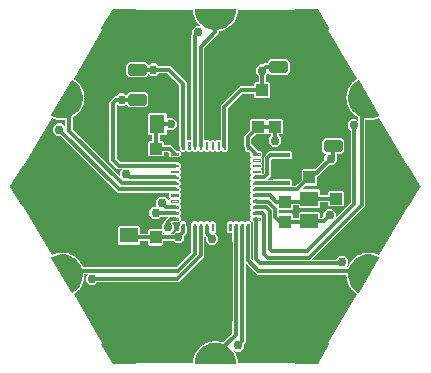
<source format=gbr>
G04 EAGLE Gerber RS-274X export*
G75*
%MOMM*%
%FSLAX34Y34*%
%LPD*%
%INBottom Copper*%
%IPPOS*%
%AMOC8*
5,1,8,0,0,1.08239X$1,22.5*%
G01*
%ADD10R,1.000000X1.100000*%
%ADD11R,1.500000X1.300000*%
%ADD12C,0.124994*%
%ADD13R,5.699988X5.699988*%
%ADD14R,1.399997X0.400000*%
%ADD15R,1.300000X1.500000*%
%ADD16R,1.100000X1.000000*%
%ADD17C,0.499997*%
%ADD18C,1.000000*%
%ADD19C,0.304800*%
%ADD20C,0.756400*%

G36*
X278630Y195708D02*
X278630Y195708D01*
X278658Y195706D01*
X278726Y195728D01*
X278797Y195742D01*
X278820Y195758D01*
X278847Y195767D01*
X278902Y195814D01*
X278961Y195855D01*
X278976Y195879D01*
X278998Y195897D01*
X279029Y195962D01*
X279068Y196022D01*
X279073Y196050D01*
X279085Y196076D01*
X279094Y196177D01*
X279101Y196219D01*
X279099Y196229D01*
X279100Y196242D01*
X279043Y196957D01*
X327165Y196957D01*
X327177Y196967D01*
X327176Y196968D01*
X327177Y196969D01*
X327177Y197041D01*
X327242Y197106D01*
X327243Y197110D01*
X327243Y197111D01*
X327246Y197113D01*
X327362Y198517D01*
X327359Y198521D01*
X327361Y198524D01*
X327265Y198684D01*
X327430Y199334D01*
X327429Y199335D01*
X327430Y199336D01*
X327485Y200003D01*
X327627Y200123D01*
X327628Y200128D01*
X327631Y200130D01*
X328000Y201586D01*
X328000Y201587D01*
X328000Y201588D01*
X327998Y201591D01*
X328000Y201594D01*
X327932Y201767D01*
X328201Y202381D01*
X328201Y202382D01*
X328202Y202383D01*
X328366Y203032D01*
X328526Y203127D01*
X328528Y203132D01*
X328531Y203133D01*
X329135Y204509D01*
X329134Y204511D01*
X329135Y204512D01*
X329134Y204514D01*
X329135Y204516D01*
X329097Y204698D01*
X329464Y205259D01*
X329463Y205261D01*
X329465Y205261D01*
X329734Y205874D01*
X329907Y205942D01*
X329909Y205946D01*
X329913Y205947D01*
X330735Y207205D01*
X330734Y207208D01*
X330736Y207210D01*
X330735Y207211D01*
X330737Y207212D01*
X330729Y207398D01*
X331183Y207891D01*
X331183Y207892D01*
X331184Y207892D01*
X331550Y208453D01*
X331733Y208491D01*
X331735Y208495D01*
X331739Y208495D01*
X332757Y209601D01*
X332757Y209605D01*
X332760Y209607D01*
X332783Y209792D01*
X333311Y210203D01*
X333312Y210205D01*
X333313Y210205D01*
X333767Y210698D01*
X333953Y210705D01*
X333956Y210708D01*
X333960Y210708D01*
X335145Y211631D01*
X335146Y211635D01*
X335150Y211637D01*
X335203Y211815D01*
X335792Y212134D01*
X335792Y212136D01*
X335793Y212135D01*
X336322Y212547D01*
X336507Y212524D01*
X336511Y212526D01*
X336514Y212525D01*
X337836Y213240D01*
X337837Y213245D01*
X337841Y213246D01*
X337923Y213413D01*
X338556Y213630D01*
X338557Y213632D01*
X338558Y213631D01*
X339147Y213950D01*
X339326Y213897D01*
X339330Y213899D01*
X339333Y213897D01*
X340754Y214385D01*
X340757Y214389D01*
X340760Y214389D01*
X340868Y214541D01*
X341529Y214651D01*
X341530Y214652D01*
X341531Y214652D01*
X342165Y214869D01*
X342332Y214787D01*
X342336Y214789D01*
X342339Y214786D01*
X343821Y215034D01*
X343824Y215037D01*
X343828Y215037D01*
X343959Y215169D01*
X344629Y215169D01*
X344630Y215170D01*
X344631Y215169D01*
X345292Y215279D01*
X345444Y215171D01*
X345448Y215171D01*
X345451Y215169D01*
X346953Y215169D01*
X346957Y215172D01*
X346960Y215171D01*
X347112Y215279D01*
X347773Y215169D01*
X347774Y215170D01*
X347775Y215169D01*
X348445Y215169D01*
X348576Y215037D01*
X348581Y215037D01*
X348583Y215034D01*
X350065Y214786D01*
X350069Y214789D01*
X350072Y214787D01*
X350239Y214869D01*
X350873Y214652D01*
X350874Y214652D01*
X350875Y214651D01*
X351536Y214541D01*
X351644Y214389D01*
X351648Y214388D01*
X351650Y214385D01*
X352777Y213998D01*
X352785Y214001D01*
X352789Y214001D01*
X360650Y221861D01*
X360650Y221866D01*
X360653Y221869D01*
X360653Y221870D01*
X360653Y307084D01*
X360651Y307087D01*
X360651Y307092D01*
X360647Y307092D01*
X360643Y307096D01*
X360639Y307092D01*
X360633Y307093D01*
X360217Y306677D01*
X357187Y306677D01*
X355927Y307936D01*
X355927Y315467D01*
X357187Y316727D01*
X360217Y316727D01*
X361194Y315751D01*
X361209Y315750D01*
X361209Y315751D01*
X361210Y315751D01*
X362187Y316727D01*
X365217Y316727D01*
X366194Y315751D01*
X366209Y315750D01*
X366209Y315751D01*
X366210Y315751D01*
X367187Y316727D01*
X370217Y316727D01*
X371194Y315751D01*
X371209Y315750D01*
X371209Y315751D01*
X371210Y315751D01*
X372187Y316727D01*
X375217Y316727D01*
X376477Y315467D01*
X376477Y313244D01*
X376480Y313240D01*
X376480Y313235D01*
X376751Y312965D01*
X376751Y284829D01*
X376754Y284825D01*
X376754Y284820D01*
X377633Y283942D01*
X377637Y283941D01*
X377640Y283938D01*
X377643Y283941D01*
X377649Y283941D01*
X377649Y283946D01*
X377653Y283950D01*
X377653Y315915D01*
X377643Y315927D01*
X377642Y315927D01*
X377641Y315927D01*
X376937Y315927D01*
X375677Y317187D01*
X375677Y320217D01*
X376653Y321194D01*
X376654Y321198D01*
X376657Y321201D01*
X376654Y321204D01*
X376654Y321209D01*
X376653Y321209D01*
X376653Y321210D01*
X375677Y322187D01*
X375677Y325217D01*
X376653Y326194D01*
X376654Y326202D01*
X376655Y326203D01*
X376654Y326203D01*
X376654Y326209D01*
X376653Y326209D01*
X376653Y326210D01*
X375677Y327187D01*
X375677Y330217D01*
X376653Y331194D01*
X376654Y331209D01*
X376653Y331209D01*
X376653Y331210D01*
X375677Y332187D01*
X375677Y335217D01*
X376653Y336194D01*
X376654Y336209D01*
X376653Y336209D01*
X376653Y336210D01*
X375677Y337187D01*
X375677Y340217D01*
X376653Y341194D01*
X376654Y341209D01*
X376653Y341209D01*
X376653Y341210D01*
X375677Y342187D01*
X375677Y345217D01*
X376653Y346194D01*
X376654Y346197D01*
X376654Y346198D01*
X376654Y346209D01*
X376653Y346209D01*
X376653Y346210D01*
X375677Y347187D01*
X375677Y350217D01*
X376653Y351194D01*
X376654Y351198D01*
X376656Y351200D01*
X376654Y351202D01*
X376654Y351209D01*
X376653Y351209D01*
X376653Y351210D01*
X375677Y352187D01*
X375677Y355217D01*
X376653Y356194D01*
X376654Y356200D01*
X376656Y356201D01*
X376654Y356204D01*
X376654Y356209D01*
X376653Y356209D01*
X376653Y356210D01*
X375677Y357187D01*
X375677Y360217D01*
X376653Y361194D01*
X376654Y361209D01*
X376653Y361209D01*
X376653Y361210D01*
X375677Y362187D01*
X375677Y365217D01*
X376653Y366194D01*
X376654Y366209D01*
X376653Y366209D01*
X376653Y366210D01*
X375677Y367187D01*
X375677Y370217D01*
X376653Y371194D01*
X376654Y371209D01*
X376653Y371209D01*
X376653Y371210D01*
X375677Y372187D01*
X375677Y374410D01*
X375674Y374415D01*
X375674Y374419D01*
X374419Y375674D01*
X374413Y375674D01*
X374410Y375677D01*
X372187Y375677D01*
X370927Y376937D01*
X370927Y379160D01*
X370924Y379165D01*
X370924Y379169D01*
X370653Y379439D01*
X370653Y389185D01*
X375614Y394146D01*
X375614Y394150D01*
X375615Y394151D01*
X375615Y394152D01*
X375617Y394154D01*
X375617Y402494D01*
X376510Y403387D01*
X388774Y403387D01*
X389653Y402508D01*
X389669Y402507D01*
X389669Y402508D01*
X389670Y402508D01*
X390448Y403285D01*
X402711Y403285D01*
X403604Y402392D01*
X403604Y391129D01*
X402711Y390236D01*
X399640Y390236D01*
X399628Y390226D01*
X399629Y390225D01*
X399628Y390224D01*
X399628Y389440D01*
X399632Y389436D01*
X399631Y389431D01*
X401928Y387135D01*
X401928Y382739D01*
X398819Y379630D01*
X394423Y379630D01*
X391314Y382739D01*
X391314Y387135D01*
X393527Y389348D01*
X393527Y389352D01*
X393527Y389353D01*
X393530Y389356D01*
X393530Y390224D01*
X393520Y390236D01*
X393519Y390235D01*
X393519Y390236D01*
X390448Y390236D01*
X389568Y391115D01*
X389552Y391116D01*
X389552Y391115D01*
X389551Y391115D01*
X388774Y390338D01*
X380434Y390338D01*
X380429Y390334D01*
X380425Y390334D01*
X376754Y386663D01*
X376754Y386659D01*
X376752Y386657D01*
X376753Y386656D01*
X376751Y386655D01*
X376751Y381970D01*
X376754Y381966D01*
X376754Y381961D01*
X382235Y376480D01*
X382241Y376480D01*
X382244Y376477D01*
X384468Y376477D01*
X385727Y375217D01*
X385727Y372187D01*
X384751Y371210D01*
X384750Y371195D01*
X384751Y371195D01*
X384751Y371194D01*
X385727Y370217D01*
X385727Y367187D01*
X384751Y366210D01*
X384750Y366195D01*
X384751Y366195D01*
X384751Y366194D01*
X385727Y365217D01*
X385727Y362187D01*
X384751Y361210D01*
X384750Y361207D01*
X384750Y361206D01*
X384750Y361195D01*
X384751Y361195D01*
X384751Y361194D01*
X385727Y360217D01*
X385727Y357187D01*
X385311Y356771D01*
X385311Y356767D01*
X385309Y356766D01*
X385309Y356765D01*
X385308Y356764D01*
X385311Y356761D01*
X385310Y356755D01*
X385316Y356755D01*
X385320Y356751D01*
X386305Y356751D01*
X386309Y356754D01*
X386314Y356754D01*
X387130Y357571D01*
X387130Y357576D01*
X387133Y357579D01*
X387133Y371328D01*
X388923Y373118D01*
X391547Y375741D01*
X394663Y375741D01*
X394667Y375745D01*
X394672Y375745D01*
X395144Y376217D01*
X410407Y376217D01*
X411300Y375324D01*
X411300Y370061D01*
X410407Y369168D01*
X395144Y369168D01*
X394672Y369640D01*
X394666Y369641D01*
X394663Y369644D01*
X394077Y369644D01*
X394073Y369640D01*
X394069Y369640D01*
X393234Y368806D01*
X393234Y368801D01*
X393231Y368799D01*
X393231Y368798D01*
X393231Y355048D01*
X391441Y353259D01*
X389954Y351771D01*
X389953Y351767D01*
X389950Y351764D01*
X389953Y351761D01*
X389953Y351755D01*
X389958Y351755D01*
X389962Y351751D01*
X394672Y351751D01*
X394677Y351754D01*
X394681Y351754D01*
X395144Y352217D01*
X410407Y352217D01*
X411300Y351324D01*
X411300Y346705D01*
X411311Y346694D01*
X411312Y346694D01*
X411312Y346693D01*
X413919Y346693D01*
X413924Y346697D01*
X413928Y346697D01*
X415604Y348373D01*
X415801Y348373D01*
X415805Y348377D01*
X415809Y348377D01*
X419085Y351652D01*
X419085Y351658D01*
X419088Y351661D01*
X419088Y360001D01*
X419981Y360894D01*
X430682Y360894D01*
X430686Y360898D01*
X430690Y360897D01*
X438364Y368571D01*
X438365Y368577D01*
X438368Y368580D01*
X438368Y371768D01*
X440331Y373731D01*
X440331Y373735D01*
X440334Y373738D01*
X440331Y373741D01*
X440332Y373747D01*
X440326Y373747D01*
X440322Y373751D01*
X438743Y373751D01*
X436385Y376109D01*
X436385Y384443D01*
X438743Y386801D01*
X453077Y386801D01*
X455434Y384443D01*
X455434Y376109D01*
X453077Y373751D01*
X449047Y373751D01*
X449035Y373741D01*
X449035Y373740D01*
X449035Y373739D01*
X449035Y370619D01*
X448985Y370569D01*
X448984Y370563D01*
X448981Y370560D01*
X448981Y367372D01*
X445873Y364263D01*
X442684Y364263D01*
X442680Y364260D01*
X442676Y364260D01*
X432141Y353725D01*
X432141Y353721D01*
X432141Y353720D01*
X432138Y353717D01*
X432138Y347738D01*
X431245Y346844D01*
X422905Y346844D01*
X422901Y346841D01*
X422896Y346841D01*
X419877Y343822D01*
X419877Y343818D01*
X419874Y343815D01*
X419877Y343812D01*
X419876Y343806D01*
X419882Y343806D01*
X419886Y343801D01*
X433761Y343801D01*
X434654Y342908D01*
X434654Y338837D01*
X434665Y338826D01*
X434666Y338826D01*
X434666Y338825D01*
X441159Y338825D01*
X441171Y338836D01*
X441170Y338837D01*
X441171Y338837D01*
X441171Y341365D01*
X442064Y342258D01*
X454327Y342258D01*
X455220Y341365D01*
X455220Y330102D01*
X454327Y329209D01*
X442064Y329209D01*
X441171Y330102D01*
X441171Y332716D01*
X441161Y332728D01*
X441160Y332727D01*
X441159Y332728D01*
X434666Y332728D01*
X434654Y332718D01*
X434655Y332717D01*
X434654Y332716D01*
X434654Y328645D01*
X433761Y327752D01*
X417498Y327752D01*
X416605Y328645D01*
X416605Y330269D01*
X416594Y330281D01*
X416594Y330280D01*
X416593Y330281D01*
X411806Y330281D01*
X411795Y330271D01*
X411795Y330270D01*
X411794Y330269D01*
X411794Y327198D01*
X410901Y326305D01*
X399936Y326305D01*
X399924Y326295D01*
X399925Y326294D01*
X399924Y326293D01*
X399924Y323367D01*
X399934Y323355D01*
X399935Y323355D01*
X399936Y323355D01*
X410901Y323355D01*
X411794Y322462D01*
X411794Y319391D01*
X411805Y319379D01*
X411806Y319379D01*
X416593Y319379D01*
X416605Y319389D01*
X416604Y319390D01*
X416605Y319391D01*
X416605Y323908D01*
X417498Y324801D01*
X433761Y324801D01*
X434654Y323908D01*
X434654Y319837D01*
X434665Y319826D01*
X434666Y319826D01*
X434666Y319825D01*
X436680Y319825D01*
X436684Y319829D01*
X436688Y319829D01*
X437564Y320705D01*
X437564Y320709D01*
X437567Y320711D01*
X437566Y320712D01*
X437568Y320713D01*
X437568Y323902D01*
X440676Y327010D01*
X445073Y327010D01*
X448181Y323902D01*
X448181Y320073D01*
X448184Y320070D01*
X448184Y320066D01*
X448188Y320066D01*
X448192Y320061D01*
X448196Y320065D01*
X448202Y320065D01*
X460587Y332450D01*
X460587Y332455D01*
X460590Y332458D01*
X460590Y393293D01*
X460586Y393297D01*
X460587Y393301D01*
X458068Y395820D01*
X458068Y400216D01*
X461177Y403325D01*
X465573Y403325D01*
X467136Y401762D01*
X467140Y401762D01*
X467143Y401759D01*
X467146Y401761D01*
X467151Y401761D01*
X467152Y401767D01*
X467156Y401770D01*
X467156Y404376D01*
X467150Y404382D01*
X467149Y404387D01*
X466907Y404485D01*
X466834Y404656D01*
X466830Y404658D01*
X466829Y404662D01*
X465551Y405446D01*
X465547Y405445D01*
X465544Y405448D01*
X465359Y405435D01*
X464853Y405874D01*
X464852Y405874D01*
X464852Y405876D01*
X464281Y406226D01*
X464237Y406407D01*
X464234Y406410D01*
X464233Y406414D01*
X463102Y407398D01*
X463097Y407398D01*
X463095Y407400D01*
X462910Y407418D01*
X462484Y407935D01*
X462482Y407935D01*
X462482Y407937D01*
X461977Y408376D01*
X461964Y408562D01*
X461961Y408565D01*
X461961Y408569D01*
X461007Y409726D01*
X461003Y409726D01*
X461001Y409730D01*
X460821Y409778D01*
X460486Y410358D01*
X460484Y410358D01*
X460485Y410359D01*
X460058Y410876D01*
X460076Y411061D01*
X460074Y411065D01*
X460075Y411068D01*
X459324Y412367D01*
X459320Y412368D01*
X459319Y412371D01*
X459149Y412448D01*
X458914Y413076D01*
X458913Y413076D01*
X458913Y413078D01*
X458578Y413657D01*
X458626Y413837D01*
X458624Y413841D01*
X458625Y413845D01*
X458099Y415249D01*
X458095Y415251D01*
X458094Y415254D01*
X457940Y415358D01*
X457811Y416016D01*
X457810Y416017D01*
X457810Y416018D01*
X457575Y416645D01*
X457652Y416814D01*
X457651Y416819D01*
X457652Y416820D01*
X457652Y416821D01*
X457653Y416822D01*
X457364Y418293D01*
X457361Y418296D01*
X457361Y418299D01*
X457225Y418427D01*
X457207Y419097D01*
X457206Y419098D01*
X457206Y419099D01*
X457077Y419756D01*
X457181Y419911D01*
X457181Y419915D01*
X457183Y419918D01*
X457141Y421417D01*
X457138Y421420D01*
X457139Y421424D01*
X457026Y421572D01*
X457118Y422236D01*
X457117Y422237D01*
X457118Y422238D01*
X457099Y422907D01*
X457227Y423043D01*
X457227Y423047D01*
X457230Y423049D01*
X457435Y424535D01*
X457433Y424539D01*
X457434Y424542D01*
X457347Y424707D01*
X457547Y425346D01*
X457546Y425348D01*
X457547Y425348D01*
X457639Y426012D01*
X457787Y426124D01*
X457788Y426129D01*
X457792Y426130D01*
X458238Y427562D01*
X458238Y427563D01*
X458239Y427564D01*
X458237Y427566D01*
X458238Y427569D01*
X458180Y427746D01*
X458482Y428344D01*
X458482Y428345D01*
X458483Y428346D01*
X458682Y428985D01*
X458847Y429072D01*
X458849Y429076D01*
X458852Y429077D01*
X459529Y430415D01*
X459528Y430417D01*
X459529Y430417D01*
X459528Y430418D01*
X459527Y430420D01*
X459530Y430423D01*
X459502Y430607D01*
X459898Y431147D01*
X459898Y431148D01*
X459899Y431148D01*
X460201Y431746D01*
X460378Y431804D01*
X460380Y431808D01*
X460384Y431809D01*
X461271Y433018D01*
X461271Y433022D01*
X461273Y433025D01*
X461276Y433211D01*
X461756Y433678D01*
X461756Y433680D01*
X461757Y433680D01*
X462153Y434220D01*
X462338Y434248D01*
X462340Y434251D01*
X462344Y434251D01*
X463418Y435298D01*
X463419Y435302D01*
X463422Y435304D01*
X463455Y435487D01*
X464005Y435869D01*
X464005Y435871D01*
X464007Y435871D01*
X464486Y436338D01*
X464673Y436336D01*
X464676Y436339D01*
X464679Y436338D01*
X465834Y437139D01*
X465835Y437144D01*
X465839Y437146D01*
X465862Y437235D01*
X465936Y437277D01*
X465941Y437292D01*
X465940Y437293D01*
X465940Y437294D01*
X441888Y478954D01*
X442516Y479251D01*
X442538Y479268D01*
X442565Y479278D01*
X442617Y479327D01*
X442675Y479370D01*
X442689Y479395D01*
X442710Y479414D01*
X442739Y479480D01*
X442775Y479542D01*
X442778Y479570D01*
X442790Y479596D01*
X442791Y479668D01*
X442800Y479739D01*
X442792Y479766D01*
X442793Y479795D01*
X442757Y479890D01*
X442746Y479930D01*
X442739Y479939D01*
X442735Y479951D01*
X433235Y496451D01*
X433183Y496510D01*
X433137Y496572D01*
X433118Y496583D01*
X433103Y496600D01*
X433033Y496634D01*
X432966Y496674D01*
X432942Y496678D01*
X432924Y496686D01*
X432879Y496688D01*
X432802Y496701D01*
X413802Y496701D01*
X413774Y496696D01*
X413746Y496698D01*
X413678Y496676D01*
X413607Y496662D01*
X413584Y496646D01*
X413557Y496637D01*
X413502Y496590D01*
X413443Y496549D01*
X413428Y496525D01*
X413407Y496507D01*
X413375Y496442D01*
X413336Y496382D01*
X413331Y496354D01*
X413319Y496328D01*
X413310Y496227D01*
X413303Y496185D01*
X413305Y496175D01*
X413304Y496162D01*
X413361Y495447D01*
X365239Y495447D01*
X365227Y495437D01*
X365228Y495436D01*
X365227Y495435D01*
X365227Y495363D01*
X365162Y495298D01*
X365161Y495293D01*
X365158Y495291D01*
X365042Y493887D01*
X365045Y493883D01*
X365043Y493880D01*
X365139Y493720D01*
X364974Y493070D01*
X364975Y493069D01*
X364974Y493068D01*
X364919Y492401D01*
X364777Y492281D01*
X364776Y492276D01*
X364773Y492274D01*
X364404Y490818D01*
X364406Y490813D01*
X364404Y490810D01*
X364472Y490637D01*
X364203Y490023D01*
X364203Y490022D01*
X364202Y490021D01*
X364038Y489372D01*
X363878Y489277D01*
X363876Y489272D01*
X363873Y489271D01*
X363269Y487895D01*
X363271Y487891D01*
X363269Y487888D01*
X363307Y487706D01*
X362940Y487145D01*
X362941Y487143D01*
X362939Y487143D01*
X362670Y486530D01*
X362497Y486462D01*
X362495Y486458D01*
X362491Y486457D01*
X361669Y485199D01*
X361670Y485195D01*
X361667Y485192D01*
X361675Y485006D01*
X361221Y484513D01*
X361221Y484512D01*
X361220Y484512D01*
X360854Y483951D01*
X360671Y483913D01*
X360669Y483909D01*
X360665Y483909D01*
X359647Y482803D01*
X359647Y482799D01*
X359644Y482797D01*
X359621Y482612D01*
X359093Y482201D01*
X359092Y482199D01*
X359091Y482199D01*
X358637Y481706D01*
X358531Y481702D01*
X358530Y481702D01*
X358451Y481699D01*
X358448Y481695D01*
X358445Y481696D01*
X357259Y480773D01*
X357258Y480769D01*
X357254Y480767D01*
X357201Y480589D01*
X356612Y480270D01*
X356612Y480268D01*
X356611Y480269D01*
X356082Y479857D01*
X355897Y479880D01*
X355893Y479878D01*
X355890Y479879D01*
X354568Y479164D01*
X354567Y479159D01*
X354563Y479158D01*
X354481Y478991D01*
X353848Y478774D01*
X353847Y478772D01*
X353846Y478773D01*
X353257Y478454D01*
X353078Y478507D01*
X353074Y478505D01*
X353071Y478507D01*
X351650Y478019D01*
X351647Y478015D01*
X351644Y478015D01*
X351536Y477863D01*
X350875Y477753D01*
X350874Y477752D01*
X350873Y477752D01*
X350239Y477535D01*
X350072Y477617D01*
X350068Y477615D01*
X350065Y477618D01*
X349261Y477483D01*
X349252Y477473D01*
X349251Y477472D01*
X349251Y475698D01*
X336754Y463202D01*
X336754Y463196D01*
X336751Y463193D01*
X336751Y385320D01*
X336754Y385317D01*
X336753Y385312D01*
X336757Y385312D01*
X336761Y385308D01*
X336765Y385312D01*
X336771Y385311D01*
X337187Y385727D01*
X340217Y385727D01*
X341194Y384751D01*
X341209Y384750D01*
X341209Y384751D01*
X341210Y384751D01*
X342187Y385727D01*
X345217Y385727D01*
X346194Y384751D01*
X346209Y384750D01*
X346209Y384751D01*
X346210Y384751D01*
X347187Y385727D01*
X350217Y385727D01*
X350633Y385311D01*
X350637Y385311D01*
X350640Y385308D01*
X350643Y385311D01*
X350649Y385310D01*
X350649Y385316D01*
X350653Y385320D01*
X350653Y414718D01*
X366771Y430836D01*
X379199Y430836D01*
X379211Y430846D01*
X379211Y430847D01*
X379211Y430848D01*
X379211Y433918D01*
X380104Y434812D01*
X382675Y434812D01*
X382687Y434822D01*
X382686Y434823D01*
X382687Y434824D01*
X382687Y439695D01*
X382683Y439699D01*
X382684Y439703D01*
X380429Y441958D01*
X380429Y446354D01*
X383538Y449463D01*
X386726Y449463D01*
X386730Y449466D01*
X386735Y449466D01*
X387510Y450241D01*
X390463Y450241D01*
X390474Y450252D01*
X390475Y450253D01*
X390475Y451360D01*
X392832Y453717D01*
X407166Y453717D01*
X409524Y451360D01*
X409524Y443025D01*
X407166Y440668D01*
X392832Y440668D01*
X391063Y442437D01*
X391059Y442437D01*
X391056Y442440D01*
X391055Y442439D01*
X391052Y442437D01*
X391047Y442438D01*
X391047Y442433D01*
X391043Y442429D01*
X391043Y442428D01*
X391043Y441958D01*
X388788Y439703D01*
X388788Y439698D01*
X388785Y439695D01*
X388785Y434824D01*
X388795Y434812D01*
X388796Y434812D01*
X388797Y434812D01*
X391367Y434812D01*
X392261Y433918D01*
X392261Y421655D01*
X391368Y420762D01*
X380104Y420762D01*
X379211Y421655D01*
X379211Y424726D01*
X379201Y424738D01*
X379200Y424737D01*
X379199Y424738D01*
X369301Y424738D01*
X369297Y424734D01*
X369293Y424735D01*
X356754Y412196D01*
X356754Y412192D01*
X356753Y412191D01*
X356754Y412190D01*
X356751Y412188D01*
X356751Y379439D01*
X356480Y379169D01*
X356480Y379163D01*
X356477Y379160D01*
X356477Y376937D01*
X355217Y375677D01*
X352187Y375677D01*
X351210Y376653D01*
X351195Y376654D01*
X351195Y376653D01*
X351194Y376653D01*
X350217Y375677D01*
X347187Y375677D01*
X346210Y376653D01*
X346195Y376654D01*
X346195Y376653D01*
X346194Y376653D01*
X345217Y375677D01*
X342187Y375677D01*
X341210Y376653D01*
X341195Y376654D01*
X341195Y376653D01*
X341194Y376653D01*
X340217Y375677D01*
X337187Y375677D01*
X336210Y376653D01*
X336195Y376654D01*
X336195Y376653D01*
X336194Y376653D01*
X335217Y375677D01*
X332187Y375677D01*
X331210Y376653D01*
X331195Y376654D01*
X331195Y376653D01*
X331194Y376653D01*
X330217Y375677D01*
X327187Y375677D01*
X326210Y376653D01*
X326195Y376654D01*
X326195Y376653D01*
X326194Y376653D01*
X325217Y375677D01*
X322187Y375677D01*
X321210Y376653D01*
X321195Y376654D01*
X321195Y376653D01*
X321194Y376653D01*
X320217Y375677D01*
X317187Y375677D01*
X315927Y376937D01*
X315927Y379160D01*
X315924Y379165D01*
X315924Y379169D01*
X315653Y379439D01*
X315653Y431832D01*
X315650Y431836D01*
X315650Y431841D01*
X305433Y442057D01*
X305427Y442058D01*
X305425Y442061D01*
X298060Y442061D01*
X298055Y442057D01*
X298051Y442057D01*
X295797Y439803D01*
X291400Y439803D01*
X289555Y441649D01*
X289551Y441649D01*
X289548Y441652D01*
X289547Y441651D01*
X289547Y441652D01*
X289546Y441652D01*
X289544Y441649D01*
X289539Y441650D01*
X289539Y441645D01*
X289534Y441641D01*
X289535Y441641D01*
X289534Y441640D01*
X289534Y440892D01*
X287177Y438534D01*
X272842Y438534D01*
X270485Y440892D01*
X270485Y449226D01*
X272843Y451583D01*
X287177Y451583D01*
X289534Y449226D01*
X289534Y448579D01*
X289537Y448576D01*
X289537Y448572D01*
X289541Y448571D01*
X289545Y448567D01*
X289549Y448571D01*
X289555Y448571D01*
X291400Y450416D01*
X295797Y450416D01*
X298051Y448162D01*
X298057Y448161D01*
X298060Y448158D01*
X307955Y448158D01*
X321751Y434363D01*
X321751Y385320D01*
X321754Y385317D01*
X321753Y385312D01*
X321757Y385312D01*
X321761Y385308D01*
X321765Y385312D01*
X321771Y385311D01*
X322187Y385727D01*
X325217Y385727D01*
X325633Y385311D01*
X325637Y385311D01*
X325640Y385308D01*
X325643Y385311D01*
X325649Y385310D01*
X325649Y385316D01*
X325653Y385320D01*
X325653Y474719D01*
X326465Y475531D01*
X326465Y475536D01*
X326468Y475539D01*
X326468Y478728D01*
X329577Y481836D01*
X333620Y481836D01*
X333623Y481839D01*
X333627Y481838D01*
X333627Y481843D01*
X333632Y481847D01*
X333628Y481851D01*
X333629Y481856D01*
X333313Y482199D01*
X333311Y482199D01*
X333311Y482201D01*
X332783Y482612D01*
X332760Y482797D01*
X332756Y482800D01*
X332757Y482803D01*
X331739Y483909D01*
X331734Y483910D01*
X331733Y483913D01*
X331550Y483951D01*
X331184Y484512D01*
X331183Y484512D01*
X331183Y484513D01*
X330729Y485006D01*
X330737Y485192D01*
X330734Y485196D01*
X330735Y485199D01*
X329913Y486457D01*
X329908Y486458D01*
X329907Y486462D01*
X329734Y486530D01*
X329465Y487143D01*
X329463Y487144D01*
X329464Y487145D01*
X329097Y487706D01*
X329135Y487888D01*
X329133Y487892D01*
X329135Y487895D01*
X328531Y489271D01*
X328527Y489273D01*
X328526Y489277D01*
X328366Y489372D01*
X328202Y490021D01*
X328201Y490022D01*
X328201Y490023D01*
X327932Y490637D01*
X328000Y490810D01*
X327998Y490815D01*
X328000Y490818D01*
X327631Y492274D01*
X327627Y492277D01*
X327627Y492281D01*
X327485Y492401D01*
X327430Y493068D01*
X327429Y493069D01*
X327430Y493070D01*
X327265Y493720D01*
X327361Y493880D01*
X327360Y493884D01*
X327362Y493887D01*
X327246Y495291D01*
X327242Y495294D01*
X327242Y495298D01*
X327177Y495363D01*
X327177Y495435D01*
X327167Y495447D01*
X327166Y495446D01*
X327165Y495447D01*
X279043Y495447D01*
X279100Y496162D01*
X279096Y496191D01*
X279101Y496219D01*
X279084Y496288D01*
X279076Y496360D01*
X279062Y496384D01*
X279055Y496412D01*
X279012Y496470D01*
X278977Y496532D01*
X278954Y496549D01*
X278937Y496572D01*
X278875Y496609D01*
X278818Y496652D01*
X278790Y496659D01*
X278766Y496674D01*
X278666Y496690D01*
X278625Y496701D01*
X278615Y496699D01*
X278602Y496701D01*
X259602Y496701D01*
X259526Y496686D01*
X259448Y496677D01*
X259429Y496666D01*
X259407Y496662D01*
X259343Y496618D01*
X259275Y496579D01*
X259259Y496560D01*
X259243Y496549D01*
X259219Y496511D01*
X259169Y496451D01*
X249669Y479951D01*
X249660Y479924D01*
X249644Y479900D01*
X249629Y479830D01*
X249606Y479762D01*
X249609Y479734D01*
X249603Y479706D01*
X249617Y479636D01*
X249622Y479564D01*
X249635Y479539D01*
X249641Y479511D01*
X249681Y479451D01*
X249714Y479388D01*
X249736Y479370D01*
X249752Y479346D01*
X249835Y479288D01*
X249867Y479261D01*
X249878Y479258D01*
X249889Y479251D01*
X250516Y478954D01*
X226464Y437294D01*
X226467Y437278D01*
X226468Y437278D01*
X226468Y437277D01*
X226542Y437235D01*
X226565Y437146D01*
X226570Y437143D01*
X226570Y437139D01*
X227725Y436338D01*
X227729Y436338D01*
X227731Y436336D01*
X227918Y436338D01*
X228397Y435871D01*
X228399Y435871D01*
X228399Y435869D01*
X228949Y435487D01*
X228982Y435304D01*
X228986Y435301D01*
X228986Y435298D01*
X230060Y434251D01*
X230065Y434251D01*
X230066Y434248D01*
X230251Y434220D01*
X230647Y433680D01*
X230648Y433679D01*
X230648Y433678D01*
X231128Y433211D01*
X231131Y433025D01*
X231134Y433021D01*
X231133Y433018D01*
X232020Y431809D01*
X232025Y431808D01*
X232026Y431804D01*
X232203Y431746D01*
X232505Y431148D01*
X232506Y431148D01*
X232506Y431147D01*
X232902Y430607D01*
X232874Y430423D01*
X232876Y430420D01*
X232875Y430420D01*
X232877Y430419D01*
X232875Y430415D01*
X233552Y429077D01*
X233556Y429075D01*
X233557Y429072D01*
X233722Y428985D01*
X233921Y428346D01*
X233922Y428345D01*
X233922Y428344D01*
X234224Y427746D01*
X234166Y427569D01*
X234166Y427568D01*
X234165Y427567D01*
X234167Y427565D01*
X234166Y427562D01*
X234612Y426130D01*
X234616Y426128D01*
X234617Y426124D01*
X234765Y426012D01*
X234857Y425348D01*
X234858Y425347D01*
X234857Y425346D01*
X235057Y424707D01*
X234970Y424542D01*
X234971Y424538D01*
X234969Y424535D01*
X235174Y423049D01*
X235177Y423046D01*
X235177Y423043D01*
X235305Y422907D01*
X235286Y422238D01*
X235287Y422237D01*
X235286Y422236D01*
X235378Y421572D01*
X235265Y421424D01*
X235266Y421421D01*
X235264Y421419D01*
X235264Y421418D01*
X235263Y421417D01*
X235221Y419918D01*
X235224Y419914D01*
X235223Y419911D01*
X235327Y419756D01*
X235198Y419099D01*
X235198Y419098D01*
X235197Y419097D01*
X235179Y418427D01*
X235043Y418299D01*
X235043Y418295D01*
X235040Y418293D01*
X234751Y416822D01*
X234754Y416818D01*
X234752Y416814D01*
X234829Y416645D01*
X234594Y416018D01*
X234594Y416016D01*
X234593Y416016D01*
X234464Y415358D01*
X234310Y415254D01*
X234309Y415250D01*
X234305Y415249D01*
X233779Y413845D01*
X233780Y413840D01*
X233780Y413839D01*
X233779Y413839D01*
X233779Y413838D01*
X233778Y413837D01*
X233826Y413657D01*
X233491Y413078D01*
X233491Y413076D01*
X233490Y413076D01*
X233255Y412448D01*
X233085Y412371D01*
X233083Y412367D01*
X233080Y412367D01*
X232329Y411068D01*
X232330Y411064D01*
X232328Y411061D01*
X232346Y410876D01*
X231919Y410359D01*
X231919Y410358D01*
X231918Y410358D01*
X231583Y409778D01*
X231403Y409730D01*
X231400Y409726D01*
X231397Y409726D01*
X230443Y408569D01*
X230443Y408565D01*
X230440Y408562D01*
X230427Y408376D01*
X229922Y407937D01*
X229921Y407935D01*
X229920Y407935D01*
X229494Y407418D01*
X229309Y407400D01*
X229306Y407397D01*
X229302Y407398D01*
X228171Y406413D01*
X228170Y406409D01*
X228167Y406407D01*
X228123Y406226D01*
X227552Y405876D01*
X227552Y405874D01*
X227551Y405875D01*
X227045Y405435D01*
X226860Y405448D01*
X226856Y405445D01*
X226853Y405446D01*
X225575Y404662D01*
X225573Y404657D01*
X225570Y404656D01*
X225497Y404485D01*
X225230Y404376D01*
X225226Y404368D01*
X225223Y404365D01*
X225223Y394638D01*
X225226Y394633D01*
X225226Y394629D01*
X265134Y354721D01*
X265138Y354721D01*
X265141Y354717D01*
X265144Y354720D01*
X265150Y354720D01*
X265150Y354726D01*
X265155Y354729D01*
X265155Y359070D01*
X266717Y360633D01*
X266718Y360637D01*
X266721Y360640D01*
X266718Y360643D01*
X266718Y360649D01*
X266713Y360649D01*
X266709Y360653D01*
X263050Y360653D01*
X256374Y367329D01*
X256374Y418013D01*
X261068Y422708D01*
X262226Y422708D01*
X262230Y422711D01*
X262235Y422711D01*
X264489Y424966D01*
X268885Y424966D01*
X270465Y423386D01*
X270469Y423386D01*
X270471Y423383D01*
X270475Y423386D01*
X270480Y423385D01*
X270481Y423391D01*
X270485Y423395D01*
X270485Y423826D01*
X272843Y426183D01*
X287177Y426183D01*
X289534Y423826D01*
X289534Y415492D01*
X287177Y413134D01*
X272842Y413134D01*
X270485Y415492D01*
X270485Y415923D01*
X270482Y415926D01*
X270482Y415930D01*
X270478Y415930D01*
X270474Y415935D01*
X270470Y415931D01*
X270465Y415931D01*
X268885Y414352D01*
X264489Y414352D01*
X262921Y415920D01*
X262905Y415921D01*
X262905Y415920D01*
X262904Y415920D01*
X262475Y415491D01*
X262475Y415487D01*
X262474Y415486D01*
X262474Y415485D01*
X262472Y415483D01*
X262472Y369860D01*
X262475Y369856D01*
X262475Y369851D01*
X265572Y366754D01*
X265578Y366754D01*
X265581Y366751D01*
X312965Y366751D01*
X313235Y366480D01*
X313241Y366480D01*
X313244Y366477D01*
X315467Y366477D01*
X316727Y365217D01*
X316727Y362187D01*
X315751Y361210D01*
X315750Y361207D01*
X315750Y361206D01*
X315750Y361195D01*
X315751Y361195D01*
X315751Y361194D01*
X316727Y360217D01*
X316727Y357187D01*
X315751Y356210D01*
X315750Y356206D01*
X315748Y356204D01*
X315750Y356202D01*
X315750Y356195D01*
X315751Y356195D01*
X315751Y356194D01*
X316727Y355217D01*
X316727Y352187D01*
X315751Y351210D01*
X315750Y351205D01*
X315748Y351203D01*
X315750Y351200D01*
X315750Y351195D01*
X315751Y351195D01*
X315751Y351194D01*
X316727Y350217D01*
X316727Y347187D01*
X315751Y346210D01*
X315750Y346201D01*
X315750Y346195D01*
X315751Y346195D01*
X315751Y346194D01*
X316727Y345217D01*
X316727Y342187D01*
X315751Y341210D01*
X315750Y341195D01*
X315751Y341195D01*
X315751Y341194D01*
X316727Y340217D01*
X316727Y337187D01*
X315751Y336210D01*
X315750Y336195D01*
X315751Y336195D01*
X315751Y336194D01*
X316727Y335217D01*
X316727Y332187D01*
X315751Y331210D01*
X315750Y331195D01*
X315751Y331195D01*
X315751Y331194D01*
X316727Y330217D01*
X316727Y327187D01*
X315751Y326210D01*
X315750Y326207D01*
X315749Y326206D01*
X315750Y326204D01*
X315750Y326195D01*
X315751Y326195D01*
X315751Y326194D01*
X316727Y325217D01*
X316727Y322187D01*
X315751Y321210D01*
X315750Y321206D01*
X315747Y321204D01*
X315750Y321201D01*
X315750Y321195D01*
X315751Y321195D01*
X315751Y321194D01*
X316727Y320217D01*
X316727Y317187D01*
X315467Y315927D01*
X313244Y315927D01*
X313239Y315924D01*
X313235Y315924D01*
X312965Y315653D01*
X310203Y315653D01*
X310199Y315650D01*
X310195Y315650D01*
X309732Y315187D01*
X309731Y315171D01*
X309732Y315171D01*
X309732Y315170D01*
X311186Y313716D01*
X311186Y309320D01*
X308078Y306212D01*
X303681Y306212D01*
X302150Y307743D01*
X302146Y307743D01*
X302143Y307746D01*
X302140Y307743D01*
X302134Y307744D01*
X302134Y307738D01*
X302130Y307734D01*
X302130Y306188D01*
X302140Y306176D01*
X302141Y306177D01*
X302142Y306176D01*
X310151Y306176D01*
X310155Y306180D01*
X310159Y306180D01*
X312432Y308452D01*
X315620Y308452D01*
X315624Y308456D01*
X315628Y308456D01*
X315650Y308477D01*
X315650Y308483D01*
X315653Y308485D01*
X315653Y312965D01*
X315924Y313235D01*
X315924Y313241D01*
X315927Y313244D01*
X315927Y315467D01*
X317187Y316727D01*
X320217Y316727D01*
X321477Y315467D01*
X321477Y313244D01*
X321480Y313240D01*
X321480Y313235D01*
X321751Y312965D01*
X321751Y305955D01*
X319940Y304144D01*
X319940Y304138D01*
X319937Y304136D01*
X319937Y300947D01*
X316828Y297839D01*
X312432Y297839D01*
X310195Y300075D01*
X310189Y300075D01*
X310187Y300079D01*
X302142Y300079D01*
X302130Y300068D01*
X302131Y300067D01*
X302130Y300067D01*
X302130Y296996D01*
X301237Y296103D01*
X289974Y296103D01*
X289080Y296996D01*
X289080Y300067D01*
X289070Y300078D01*
X289069Y300078D01*
X289068Y300079D01*
X282137Y300079D01*
X282126Y300068D01*
X282126Y300067D01*
X282126Y297478D01*
X281232Y296585D01*
X264969Y296585D01*
X264076Y297478D01*
X264076Y311741D01*
X264969Y312635D01*
X281232Y312635D01*
X282126Y311741D01*
X282126Y306188D01*
X282136Y306176D01*
X282137Y306177D01*
X282137Y306176D01*
X289068Y306176D01*
X289080Y306186D01*
X289080Y306187D01*
X289080Y306188D01*
X289080Y309259D01*
X289974Y310152D01*
X300561Y310152D01*
X300573Y310162D01*
X300572Y310163D01*
X300573Y310164D01*
X300573Y313716D01*
X302827Y315971D01*
X302828Y315977D01*
X302831Y315979D01*
X302831Y316909D01*
X305883Y319961D01*
X306525Y320603D01*
X306525Y320607D01*
X306529Y320610D01*
X306526Y320613D01*
X306526Y320619D01*
X306521Y320619D01*
X306517Y320623D01*
X300003Y320623D01*
X299998Y320620D01*
X299994Y320620D01*
X297740Y318365D01*
X293344Y318365D01*
X290235Y321474D01*
X290235Y325870D01*
X293344Y328979D01*
X296913Y328979D01*
X296916Y328982D01*
X296920Y328981D01*
X296920Y328986D01*
X296924Y328989D01*
X296921Y328994D01*
X296921Y328999D01*
X296090Y329831D01*
X296090Y334227D01*
X299198Y337336D01*
X303595Y337336D01*
X306657Y334273D01*
X306661Y334273D01*
X306664Y334270D01*
X306667Y334273D01*
X306673Y334272D01*
X306673Y334278D01*
X306677Y334282D01*
X306677Y335217D01*
X307653Y336194D01*
X307654Y336209D01*
X307653Y336209D01*
X307653Y336210D01*
X306677Y337187D01*
X306677Y340217D01*
X307093Y340633D01*
X307093Y340637D01*
X307096Y340640D01*
X307093Y340643D01*
X307094Y340649D01*
X307088Y340649D01*
X307084Y340653D01*
X263352Y340653D01*
X215006Y388999D01*
X215001Y389000D01*
X214998Y389003D01*
X211810Y389003D01*
X208701Y392111D01*
X208701Y396508D01*
X211810Y399616D01*
X216206Y399616D01*
X219105Y396717D01*
X219109Y396717D01*
X219112Y396714D01*
X219115Y396717D01*
X219120Y396716D01*
X219121Y396722D01*
X219125Y396726D01*
X219125Y402368D01*
X219115Y402380D01*
X219114Y402379D01*
X219112Y402380D01*
X218902Y402368D01*
X218901Y402367D01*
X218900Y402368D01*
X218246Y402222D01*
X218089Y402322D01*
X218084Y402321D01*
X218082Y402324D01*
X216585Y402242D01*
X216581Y402239D01*
X216578Y402239D01*
X216432Y402123D01*
X215767Y402197D01*
X215766Y402196D01*
X215765Y402197D01*
X215096Y402161D01*
X214957Y402285D01*
X214952Y402285D01*
X214950Y402288D01*
X213460Y402454D01*
X213456Y402451D01*
X213453Y402453D01*
X213290Y402362D01*
X212646Y402545D01*
X212645Y402544D01*
X212644Y402544D01*
X212644Y402545D01*
X211978Y402619D01*
X211862Y402765D01*
X211857Y402765D01*
X211856Y402769D01*
X210413Y403178D01*
X210412Y403177D01*
X210407Y403177D01*
X210406Y403177D01*
X210230Y403115D01*
X209625Y403401D01*
X209623Y403400D01*
X209623Y403402D01*
X208978Y403584D01*
X208888Y403747D01*
X208883Y403748D01*
X208882Y403752D01*
X207612Y404352D01*
X207607Y404351D01*
X207603Y404353D01*
X207514Y404329D01*
X207463Y404359D01*
X207461Y404358D01*
X207460Y404359D01*
X207456Y404359D01*
X207454Y404357D01*
X207448Y404356D01*
X207448Y404355D01*
X207447Y404355D01*
X183394Y362693D01*
X182786Y363113D01*
X182759Y363124D01*
X182737Y363143D01*
X182668Y363163D01*
X182603Y363191D01*
X182574Y363191D01*
X182546Y363199D01*
X182475Y363191D01*
X182404Y363192D01*
X182377Y363180D01*
X182348Y363177D01*
X182286Y363142D01*
X182221Y363114D01*
X182200Y363094D01*
X182175Y363079D01*
X182112Y363002D01*
X182082Y362972D01*
X182078Y362962D01*
X182069Y362951D01*
X172569Y346451D01*
X172545Y346378D01*
X172514Y346308D01*
X172514Y346284D01*
X172506Y346262D01*
X172513Y346186D01*
X172512Y346109D01*
X172521Y346085D01*
X172522Y346064D01*
X172543Y346025D01*
X172562Y345973D01*
X172563Y345967D01*
X172565Y345965D01*
X172569Y345953D01*
X182069Y329453D01*
X182088Y329431D01*
X182101Y329405D01*
X182154Y329357D01*
X182201Y329304D01*
X182227Y329291D01*
X182249Y329272D01*
X182316Y329249D01*
X182380Y329218D01*
X182409Y329217D01*
X182436Y329207D01*
X182508Y329212D01*
X182579Y329209D01*
X182606Y329219D01*
X182635Y329221D01*
X182725Y329263D01*
X182765Y329278D01*
X182773Y329285D01*
X182786Y329291D01*
X183394Y329711D01*
X207447Y288049D01*
X207462Y288044D01*
X207462Y288045D01*
X207463Y288045D01*
X207514Y288075D01*
X207603Y288051D01*
X207605Y288052D01*
X207609Y288052D01*
X207610Y288052D01*
X207612Y288052D01*
X208882Y288652D01*
X208884Y288656D01*
X208888Y288657D01*
X208978Y288820D01*
X209623Y289002D01*
X209624Y289004D01*
X209625Y289003D01*
X210230Y289289D01*
X210406Y289227D01*
X210410Y289228D01*
X210413Y289226D01*
X211856Y289635D01*
X211858Y289639D01*
X211862Y289639D01*
X211978Y289785D01*
X212644Y289859D01*
X212645Y289860D01*
X212646Y289859D01*
X213290Y290042D01*
X213453Y289951D01*
X213457Y289952D01*
X213460Y289950D01*
X214950Y290116D01*
X214953Y290119D01*
X214957Y290119D01*
X215096Y290243D01*
X215765Y290207D01*
X215766Y290208D01*
X215767Y290207D01*
X216432Y290281D01*
X216578Y290165D01*
X216582Y290165D01*
X216585Y290162D01*
X218082Y290080D01*
X218083Y290081D01*
X218084Y290081D01*
X218086Y290083D01*
X218089Y290082D01*
X218246Y290182D01*
X218900Y290036D01*
X218901Y290037D01*
X218902Y290036D01*
X219571Y289999D01*
X219695Y289861D01*
X219700Y289860D01*
X219701Y289857D01*
X221165Y289530D01*
X221169Y289532D01*
X221172Y289531D01*
X221344Y289603D01*
X221965Y289351D01*
X221966Y289352D01*
X221966Y289351D01*
X222620Y289205D01*
X222720Y289048D01*
X222724Y289046D01*
X222726Y289043D01*
X224115Y288480D01*
X224120Y288481D01*
X224123Y288479D01*
X224304Y288522D01*
X224874Y288172D01*
X224876Y288172D01*
X224876Y288171D01*
X225497Y287919D01*
X225570Y287748D01*
X225574Y287746D01*
X225575Y287742D01*
X226853Y286958D01*
X226857Y286959D01*
X226860Y286956D01*
X227045Y286969D01*
X227551Y286529D01*
X227552Y286529D01*
X227552Y286528D01*
X228123Y286178D01*
X228167Y285997D01*
X228170Y285994D01*
X228171Y285991D01*
X229302Y285006D01*
X229307Y285006D01*
X229309Y285004D01*
X229494Y284986D01*
X229920Y284469D01*
X229922Y284469D01*
X229922Y284467D01*
X230427Y284028D01*
X230440Y283842D01*
X230443Y283839D01*
X230443Y283835D01*
X231397Y282678D01*
X231401Y282678D01*
X231403Y282674D01*
X231583Y282626D01*
X231918Y282046D01*
X231920Y282046D01*
X231919Y282045D01*
X232346Y281528D01*
X232328Y281343D01*
X232330Y281339D01*
X232329Y281336D01*
X233080Y280037D01*
X233084Y280036D01*
X233085Y280033D01*
X233255Y279956D01*
X233490Y279328D01*
X233491Y279328D01*
X233491Y279326D01*
X233826Y278747D01*
X233778Y278567D01*
X233780Y278564D01*
X233779Y278563D01*
X233780Y278562D01*
X233779Y278559D01*
X234008Y277948D01*
X234016Y277944D01*
X234019Y277940D01*
X312981Y277940D01*
X312985Y277944D01*
X312989Y277944D01*
X325650Y290604D01*
X325650Y290610D01*
X325653Y290612D01*
X325653Y312965D01*
X325924Y313235D01*
X325924Y313241D01*
X325927Y313244D01*
X325927Y315467D01*
X327187Y316727D01*
X330217Y316727D01*
X331194Y315751D01*
X331209Y315750D01*
X331209Y315751D01*
X331210Y315751D01*
X332187Y316727D01*
X335217Y316727D01*
X336194Y315751D01*
X336209Y315750D01*
X336209Y315751D01*
X336210Y315751D01*
X337187Y316727D01*
X340217Y316727D01*
X341194Y315751D01*
X341209Y315750D01*
X341209Y315751D01*
X341210Y315751D01*
X342187Y316727D01*
X345217Y316727D01*
X346477Y315467D01*
X346477Y307936D01*
X345598Y307058D01*
X345597Y307042D01*
X345598Y307042D01*
X345598Y307041D01*
X348448Y304191D01*
X348448Y299795D01*
X345339Y296687D01*
X340943Y296687D01*
X337835Y299795D01*
X337835Y302984D01*
X337831Y302988D01*
X337831Y302992D01*
X337443Y303380D01*
X336699Y304124D01*
X336695Y304125D01*
X336692Y304128D01*
X336689Y304125D01*
X336683Y304125D01*
X336683Y304120D01*
X336678Y304116D01*
X336678Y286544D01*
X315005Y264870D01*
X246320Y264870D01*
X246316Y264867D01*
X246311Y264867D01*
X244057Y262612D01*
X239661Y262612D01*
X236552Y265721D01*
X236552Y270117D01*
X238257Y271822D01*
X238257Y271826D01*
X238258Y271827D01*
X238261Y271829D01*
X238258Y271832D01*
X238258Y271838D01*
X238252Y271839D01*
X238249Y271843D01*
X235251Y271843D01*
X235239Y271832D01*
X235240Y271831D01*
X235239Y271830D01*
X235263Y270987D01*
X235266Y270984D01*
X235265Y270980D01*
X235378Y270832D01*
X235286Y270168D01*
X235287Y270167D01*
X235286Y270166D01*
X235305Y269497D01*
X235177Y269361D01*
X235177Y269357D01*
X235174Y269355D01*
X234969Y267869D01*
X234970Y267867D01*
X234971Y267865D01*
X234970Y267862D01*
X235057Y267697D01*
X234857Y267058D01*
X234858Y267056D01*
X234857Y267056D01*
X234765Y266392D01*
X234617Y266280D01*
X234616Y266275D01*
X234612Y266274D01*
X234166Y264842D01*
X234168Y264838D01*
X234166Y264835D01*
X234224Y264658D01*
X233922Y264060D01*
X233922Y264059D01*
X233921Y264058D01*
X233722Y263419D01*
X233557Y263332D01*
X233555Y263328D01*
X233552Y263327D01*
X232875Y261989D01*
X232877Y261984D01*
X232874Y261981D01*
X232902Y261797D01*
X232506Y261257D01*
X232506Y261256D01*
X232505Y261256D01*
X232203Y260658D01*
X232026Y260600D01*
X232024Y260596D01*
X232020Y260595D01*
X231133Y259386D01*
X231133Y259382D01*
X231131Y259379D01*
X231128Y259193D01*
X230648Y258726D01*
X230648Y258724D01*
X230647Y258724D01*
X230251Y258184D01*
X230066Y258156D01*
X230064Y258153D01*
X230060Y258153D01*
X228986Y257106D01*
X228985Y257102D01*
X228984Y257101D01*
X228982Y257100D01*
X228949Y256917D01*
X228399Y256535D01*
X228399Y256533D01*
X228398Y256533D01*
X227918Y256066D01*
X227731Y256068D01*
X227728Y256065D01*
X227725Y256066D01*
X226570Y255265D01*
X226569Y255260D01*
X226565Y255258D01*
X226542Y255169D01*
X226468Y255127D01*
X226466Y255121D01*
X226462Y255118D01*
X226464Y255115D01*
X226463Y255112D01*
X226464Y255111D01*
X226464Y255110D01*
X250516Y213450D01*
X249889Y213153D01*
X249866Y213136D01*
X249839Y213126D01*
X249787Y213077D01*
X249729Y213034D01*
X249715Y213009D01*
X249694Y212990D01*
X249665Y212924D01*
X249629Y212862D01*
X249626Y212834D01*
X249614Y212808D01*
X249613Y212736D01*
X249604Y212665D01*
X249612Y212638D01*
X249612Y212609D01*
X249647Y212514D01*
X249658Y212474D01*
X249665Y212465D01*
X249669Y212453D01*
X259169Y195953D01*
X259221Y195895D01*
X259267Y195832D01*
X259286Y195821D01*
X259301Y195804D01*
X259371Y195770D01*
X259438Y195730D01*
X259463Y195726D01*
X259480Y195718D01*
X259525Y195716D01*
X259602Y195703D01*
X278602Y195703D01*
X278630Y195708D01*
G37*
G36*
X432878Y195718D02*
X432878Y195718D01*
X432956Y195727D01*
X432975Y195738D01*
X432997Y195742D01*
X433061Y195786D01*
X433129Y195825D01*
X433145Y195844D01*
X433161Y195855D01*
X433185Y195893D01*
X433235Y195953D01*
X442735Y212453D01*
X442744Y212480D01*
X442760Y212504D01*
X442775Y212574D01*
X442798Y212642D01*
X442795Y212670D01*
X442801Y212698D01*
X442788Y212769D01*
X442782Y212840D01*
X442769Y212865D01*
X442763Y212893D01*
X442723Y212953D01*
X442690Y213016D01*
X442668Y213034D01*
X442652Y213058D01*
X442569Y213116D01*
X442537Y213143D01*
X442526Y213146D01*
X442516Y213153D01*
X441888Y213450D01*
X465940Y255110D01*
X465940Y255113D01*
X465942Y255115D01*
X465939Y255118D01*
X465937Y255126D01*
X465936Y255126D01*
X465936Y255127D01*
X465862Y255169D01*
X465839Y255258D01*
X465834Y255261D01*
X465834Y255265D01*
X464679Y256066D01*
X464675Y256066D01*
X464673Y256068D01*
X464486Y256066D01*
X464006Y256533D01*
X464005Y256533D01*
X464005Y256535D01*
X463455Y256917D01*
X463422Y257100D01*
X463418Y257103D01*
X463418Y257106D01*
X462344Y258153D01*
X462339Y258153D01*
X462338Y258156D01*
X462153Y258184D01*
X461757Y258724D01*
X461756Y258725D01*
X461756Y258726D01*
X461276Y259193D01*
X461273Y259379D01*
X461270Y259383D01*
X461271Y259386D01*
X460384Y260595D01*
X460379Y260596D01*
X460378Y260600D01*
X460201Y260658D01*
X459899Y261256D01*
X459898Y261256D01*
X459898Y261257D01*
X459502Y261797D01*
X459530Y261981D01*
X459527Y261985D01*
X459529Y261989D01*
X458852Y263327D01*
X458848Y263329D01*
X458847Y263332D01*
X458682Y263419D01*
X458483Y264058D01*
X458482Y264059D01*
X458482Y264060D01*
X458180Y264658D01*
X458238Y264835D01*
X458236Y264839D01*
X458238Y264842D01*
X457792Y266274D01*
X457788Y266276D01*
X457787Y266280D01*
X457639Y266392D01*
X457547Y267056D01*
X457546Y267057D01*
X457547Y267058D01*
X457347Y267697D01*
X457434Y267862D01*
X457433Y267863D01*
X457434Y267864D01*
X457433Y267865D01*
X457433Y267866D01*
X457435Y267869D01*
X457230Y269355D01*
X457227Y269358D01*
X457227Y269361D01*
X457099Y269497D01*
X457118Y270166D01*
X457117Y270167D01*
X457118Y270168D01*
X457026Y270832D01*
X457139Y270980D01*
X457138Y270985D01*
X457141Y270987D01*
X457157Y271551D01*
X457147Y271563D01*
X457146Y271562D01*
X457145Y271563D01*
X381388Y271563D01*
X379599Y273353D01*
X371771Y281180D01*
X371767Y281181D01*
X371764Y281184D01*
X371761Y281181D01*
X371755Y281181D01*
X371755Y281176D01*
X371751Y281172D01*
X371751Y214074D01*
X370219Y212543D01*
X370219Y212539D01*
X370217Y212537D01*
X370218Y212536D01*
X370216Y212534D01*
X370216Y209346D01*
X367107Y206237D01*
X362711Y206237D01*
X361689Y207259D01*
X361685Y207259D01*
X361683Y207262D01*
X361679Y207259D01*
X361674Y207260D01*
X361673Y207254D01*
X361669Y207251D01*
X361667Y207212D01*
X361670Y207208D01*
X361669Y207205D01*
X362491Y205947D01*
X362496Y205946D01*
X362497Y205942D01*
X362670Y205874D01*
X362939Y205261D01*
X362941Y205260D01*
X362940Y205259D01*
X363307Y204698D01*
X363269Y204516D01*
X363269Y204515D01*
X363271Y204512D01*
X363269Y204509D01*
X363873Y203133D01*
X363877Y203131D01*
X363878Y203127D01*
X364038Y203032D01*
X364202Y202383D01*
X364203Y202382D01*
X364203Y202381D01*
X364472Y201767D01*
X364404Y201594D01*
X364405Y201591D01*
X364404Y201590D01*
X364405Y201588D01*
X364404Y201586D01*
X364773Y200130D01*
X364777Y200127D01*
X364777Y200123D01*
X364919Y200003D01*
X364974Y199335D01*
X364975Y199335D01*
X364974Y199334D01*
X365139Y198684D01*
X365043Y198524D01*
X365044Y198522D01*
X365043Y198522D01*
X365044Y198521D01*
X365044Y198520D01*
X365042Y198517D01*
X365158Y197113D01*
X365162Y197110D01*
X365162Y197106D01*
X365227Y197041D01*
X365227Y196969D01*
X365237Y196957D01*
X365238Y196958D01*
X365239Y196957D01*
X413361Y196957D01*
X413304Y196242D01*
X413308Y196213D01*
X413303Y196185D01*
X413320Y196116D01*
X413328Y196044D01*
X413343Y196020D01*
X413349Y195992D01*
X413392Y195934D01*
X413428Y195872D01*
X413450Y195855D01*
X413467Y195832D01*
X413529Y195795D01*
X413586Y195752D01*
X413614Y195745D01*
X413638Y195730D01*
X413738Y195714D01*
X413779Y195703D01*
X413789Y195705D01*
X413802Y195703D01*
X432802Y195703D01*
X432878Y195718D01*
G37*
G36*
X458287Y277667D02*
X458287Y277667D01*
X458291Y277669D01*
X458625Y278559D01*
X458625Y278560D01*
X458624Y278564D01*
X458626Y278567D01*
X458578Y278747D01*
X458913Y279326D01*
X458913Y279328D01*
X458914Y279328D01*
X459149Y279956D01*
X459319Y280033D01*
X459321Y280037D01*
X459324Y280037D01*
X460075Y281336D01*
X460074Y281340D01*
X460076Y281341D01*
X460076Y281342D01*
X460076Y281343D01*
X460058Y281528D01*
X460485Y282045D01*
X460485Y282046D01*
X460486Y282046D01*
X460821Y282626D01*
X461001Y282674D01*
X461004Y282678D01*
X461007Y282678D01*
X461961Y283835D01*
X461961Y283840D01*
X461964Y283842D01*
X461977Y284028D01*
X462482Y284467D01*
X462483Y284469D01*
X462484Y284469D01*
X462910Y284986D01*
X463095Y285004D01*
X463098Y285007D01*
X463102Y285006D01*
X464233Y285991D01*
X464234Y285995D01*
X464237Y285997D01*
X464281Y286178D01*
X464852Y286528D01*
X464852Y286530D01*
X464853Y286529D01*
X465359Y286969D01*
X465544Y286956D01*
X465548Y286959D01*
X465551Y286958D01*
X466829Y287742D01*
X466831Y287747D01*
X466834Y287748D01*
X466907Y287919D01*
X467528Y288171D01*
X467528Y288172D01*
X467530Y288172D01*
X468100Y288522D01*
X468281Y288479D01*
X468285Y288481D01*
X468289Y288480D01*
X469678Y289043D01*
X469680Y289047D01*
X469684Y289048D01*
X469784Y289205D01*
X470438Y289351D01*
X470438Y289352D01*
X470439Y289351D01*
X471060Y289603D01*
X471232Y289531D01*
X471236Y289532D01*
X471239Y289530D01*
X472703Y289857D01*
X472705Y289861D01*
X472709Y289861D01*
X472833Y289999D01*
X473502Y290036D01*
X473503Y290037D01*
X473504Y290036D01*
X474158Y290182D01*
X474315Y290082D01*
X474319Y290083D01*
X474320Y290081D01*
X474321Y290081D01*
X474322Y290080D01*
X475819Y290162D01*
X475822Y290165D01*
X475823Y290165D01*
X475826Y290165D01*
X475972Y290281D01*
X476637Y290207D01*
X476638Y290208D01*
X476639Y290207D01*
X477308Y290243D01*
X477447Y290119D01*
X477452Y290119D01*
X477454Y290116D01*
X478944Y289950D01*
X478948Y289953D01*
X478951Y289951D01*
X479114Y290042D01*
X479758Y289859D01*
X479760Y289860D01*
X479760Y289859D01*
X480426Y289785D01*
X480542Y289639D01*
X480547Y289639D01*
X480548Y289635D01*
X481991Y289226D01*
X481995Y289228D01*
X481998Y289227D01*
X482174Y289289D01*
X482779Y289003D01*
X482781Y289004D01*
X482781Y289002D01*
X483426Y288820D01*
X483516Y288657D01*
X483521Y288656D01*
X483522Y288652D01*
X484792Y288052D01*
X484794Y288052D01*
X484795Y288052D01*
X484799Y288052D01*
X484801Y288051D01*
X484890Y288075D01*
X484941Y288045D01*
X484956Y288048D01*
X484956Y288049D01*
X484957Y288049D01*
X509010Y329711D01*
X509618Y329291D01*
X509645Y329280D01*
X509667Y329261D01*
X509736Y329241D01*
X509801Y329213D01*
X509830Y329213D01*
X509858Y329205D01*
X509929Y329213D01*
X510000Y329213D01*
X510027Y329224D01*
X510056Y329227D01*
X510118Y329262D01*
X510183Y329290D01*
X510204Y329310D01*
X510229Y329325D01*
X510292Y329402D01*
X510322Y329432D01*
X510326Y329442D01*
X510335Y329453D01*
X519835Y345953D01*
X519845Y345985D01*
X519854Y345998D01*
X519858Y346022D01*
X519859Y346026D01*
X519890Y346096D01*
X519890Y346120D01*
X519898Y346142D01*
X519892Y346218D01*
X519893Y346295D01*
X519883Y346319D01*
X519882Y346340D01*
X519861Y346379D01*
X519835Y346451D01*
X510335Y362951D01*
X510316Y362973D01*
X510303Y362999D01*
X510250Y363047D01*
X510203Y363100D01*
X510177Y363113D01*
X510156Y363132D01*
X510088Y363155D01*
X510024Y363186D01*
X509995Y363188D01*
X509968Y363197D01*
X509896Y363192D01*
X509825Y363195D01*
X509798Y363185D01*
X509769Y363183D01*
X509679Y363141D01*
X509639Y363126D01*
X509631Y363119D01*
X509618Y363113D01*
X509010Y362693D01*
X484957Y404355D01*
X484949Y404357D01*
X484948Y404359D01*
X484945Y404359D01*
X484942Y404360D01*
X484942Y404359D01*
X484941Y404359D01*
X484890Y404329D01*
X484801Y404353D01*
X484796Y404351D01*
X484792Y404352D01*
X483522Y403752D01*
X483520Y403748D01*
X483516Y403747D01*
X483426Y403584D01*
X482781Y403401D01*
X482780Y403400D01*
X482779Y403401D01*
X482174Y403115D01*
X481998Y403177D01*
X481997Y403177D01*
X481992Y403177D01*
X481991Y403178D01*
X480548Y402769D01*
X480546Y402765D01*
X480542Y402765D01*
X480426Y402619D01*
X479760Y402545D01*
X479760Y402544D01*
X479759Y402544D01*
X479758Y402545D01*
X479114Y402362D01*
X478951Y402453D01*
X478947Y402452D01*
X478944Y402454D01*
X477454Y402288D01*
X477451Y402285D01*
X477447Y402285D01*
X477308Y402161D01*
X476639Y402197D01*
X476638Y402196D01*
X476637Y402197D01*
X475972Y402123D01*
X475826Y402239D01*
X475822Y402239D01*
X475819Y402242D01*
X474322Y402324D01*
X474318Y402321D01*
X474315Y402322D01*
X474158Y402222D01*
X473504Y402368D01*
X473503Y402367D01*
X473502Y402368D01*
X473266Y402381D01*
X473254Y402371D01*
X473255Y402370D01*
X473254Y402369D01*
X473254Y329267D01*
X428502Y284516D01*
X428259Y284273D01*
X428258Y284268D01*
X428255Y284266D01*
X428258Y284262D01*
X428258Y284257D01*
X428263Y284256D01*
X428267Y284252D01*
X448230Y284252D01*
X448235Y284256D01*
X448239Y284256D01*
X451128Y287145D01*
X455525Y287145D01*
X458633Y284037D01*
X458633Y279640D01*
X456674Y277681D01*
X456674Y277677D01*
X456671Y277674D01*
X456674Y277671D01*
X456673Y277665D01*
X456679Y277665D01*
X456683Y277661D01*
X458280Y277661D01*
X458287Y277667D01*
G37*
%LPC*%
G36*
X310439Y370653D02*
X310439Y370653D01*
X310169Y370924D01*
X310163Y370924D01*
X310160Y370927D01*
X307936Y370927D01*
X306677Y372187D01*
X306677Y374410D01*
X306673Y374415D01*
X306674Y374419D01*
X306104Y374989D01*
X306098Y374989D01*
X306095Y374992D01*
X302988Y374992D01*
X302977Y374982D01*
X302977Y374981D01*
X302977Y374980D01*
X302977Y372409D01*
X302083Y371516D01*
X289820Y371516D01*
X288927Y372409D01*
X288927Y383672D01*
X289820Y384566D01*
X292891Y384566D01*
X292903Y384576D01*
X292903Y384577D01*
X292903Y384578D01*
X292903Y389858D01*
X292893Y389869D01*
X292892Y389869D01*
X292891Y389870D01*
X289691Y389870D01*
X288798Y390763D01*
X288798Y407026D01*
X289691Y407919D01*
X303954Y407919D01*
X304847Y407026D01*
X304847Y403097D01*
X304850Y403094D01*
X304850Y403090D01*
X304854Y403089D01*
X304858Y403085D01*
X304862Y403089D01*
X304868Y403089D01*
X305980Y404201D01*
X310376Y404201D01*
X313485Y401092D01*
X313485Y396696D01*
X310376Y393588D01*
X305980Y393588D01*
X304868Y394700D01*
X304864Y394700D01*
X304861Y394703D01*
X304858Y394701D01*
X304852Y394701D01*
X304852Y394695D01*
X304847Y394692D01*
X304847Y390763D01*
X303954Y389870D01*
X299012Y389870D01*
X299001Y389859D01*
X299001Y389858D01*
X299001Y384578D01*
X299011Y384566D01*
X299012Y384566D01*
X302083Y384566D01*
X302977Y383672D01*
X302977Y381102D01*
X302987Y381090D01*
X302988Y381090D01*
X308626Y381090D01*
X310415Y379300D01*
X313235Y376480D01*
X313241Y376480D01*
X313244Y376477D01*
X315467Y376477D01*
X316727Y375217D01*
X316727Y372187D01*
X315467Y370927D01*
X313244Y370927D01*
X313239Y370924D01*
X313235Y370924D01*
X312965Y370653D01*
X310439Y370653D01*
G37*
%LPD*%
G36*
X363231Y195709D02*
X363231Y195709D01*
X363260Y195706D01*
X363327Y195728D01*
X363397Y195742D01*
X363421Y195759D01*
X363449Y195768D01*
X363502Y195815D01*
X363561Y195855D01*
X363577Y195879D01*
X363599Y195899D01*
X363630Y195963D01*
X363668Y196022D01*
X363673Y196051D01*
X363685Y196077D01*
X363694Y196177D01*
X363701Y196219D01*
X363698Y196229D01*
X363700Y196243D01*
X363468Y199041D01*
X363458Y199075D01*
X363454Y199123D01*
X362765Y201844D01*
X362750Y201876D01*
X362738Y201922D01*
X361610Y204494D01*
X361590Y204522D01*
X361571Y204566D01*
X360035Y206917D01*
X360011Y206941D01*
X359985Y206982D01*
X358083Y209047D01*
X358055Y209068D01*
X358022Y209103D01*
X355807Y210828D01*
X355776Y210843D01*
X355738Y210873D01*
X353268Y212209D01*
X353235Y212219D01*
X353193Y212242D01*
X352007Y212650D01*
X350553Y213149D01*
X350537Y213154D01*
X350503Y213159D01*
X350457Y213174D01*
X347688Y213636D01*
X347653Y213635D01*
X347606Y213643D01*
X344798Y213643D01*
X344764Y213636D01*
X344716Y213636D01*
X341947Y213174D01*
X341914Y213162D01*
X341867Y213154D01*
X339211Y212242D01*
X339181Y212225D01*
X339136Y212209D01*
X336666Y210873D01*
X336640Y210851D01*
X336597Y210828D01*
X334382Y209103D01*
X334359Y209077D01*
X334321Y209047D01*
X332419Y206982D01*
X332401Y206952D01*
X332369Y206917D01*
X330833Y204566D01*
X330820Y204534D01*
X330794Y204494D01*
X329666Y201922D01*
X329659Y201889D01*
X329656Y201882D01*
X329650Y201873D01*
X329649Y201867D01*
X329639Y201844D01*
X328950Y199123D01*
X328948Y199088D01*
X328936Y199041D01*
X328704Y196243D01*
X328708Y196214D01*
X328703Y196185D01*
X328720Y196116D01*
X328728Y196046D01*
X328742Y196020D01*
X328749Y195992D01*
X328791Y195935D01*
X328826Y195873D01*
X328850Y195855D01*
X328867Y195832D01*
X328928Y195796D01*
X328985Y195753D01*
X329013Y195745D01*
X329038Y195730D01*
X329136Y195714D01*
X329177Y195703D01*
X329188Y195705D01*
X329202Y195703D01*
X363202Y195703D01*
X363231Y195709D01*
G37*
G36*
X347640Y478768D02*
X347640Y478768D01*
X347688Y478768D01*
X350457Y479230D01*
X350490Y479242D01*
X350537Y479250D01*
X353193Y480162D01*
X353223Y480179D01*
X353268Y480195D01*
X355738Y481531D01*
X355764Y481553D01*
X355807Y481576D01*
X358022Y483301D01*
X358045Y483327D01*
X358083Y483357D01*
X359985Y485422D01*
X360003Y485452D01*
X360035Y485487D01*
X361571Y487838D01*
X361584Y487870D01*
X361610Y487910D01*
X362738Y490482D01*
X362745Y490515D01*
X362765Y490560D01*
X363454Y493281D01*
X363456Y493316D01*
X363468Y493363D01*
X363700Y496161D01*
X363696Y496190D01*
X363701Y496219D01*
X363685Y496288D01*
X363676Y496358D01*
X363662Y496384D01*
X363655Y496412D01*
X363613Y496469D01*
X363578Y496531D01*
X363554Y496549D01*
X363537Y496572D01*
X363476Y496608D01*
X363419Y496651D01*
X363391Y496659D01*
X363366Y496674D01*
X363268Y496690D01*
X363227Y496701D01*
X363216Y496699D01*
X363202Y496701D01*
X329202Y496701D01*
X329173Y496695D01*
X329144Y496698D01*
X329077Y496676D01*
X329007Y496662D01*
X328983Y496645D01*
X328955Y496636D01*
X328902Y496589D01*
X328843Y496549D01*
X328828Y496525D01*
X328806Y496505D01*
X328774Y496441D01*
X328736Y496382D01*
X328731Y496353D01*
X328719Y496327D01*
X328710Y496227D01*
X328703Y496185D01*
X328706Y496175D01*
X328704Y496161D01*
X328936Y493363D01*
X328946Y493329D01*
X328950Y493281D01*
X329639Y490560D01*
X329654Y490528D01*
X329666Y490482D01*
X330794Y487910D01*
X330814Y487882D01*
X330833Y487838D01*
X332369Y485487D01*
X332393Y485463D01*
X332419Y485422D01*
X334321Y483357D01*
X334349Y483336D01*
X334382Y483301D01*
X336597Y481576D01*
X336628Y481561D01*
X336666Y481531D01*
X339136Y480195D01*
X339169Y480185D01*
X339211Y480162D01*
X341867Y479250D01*
X341901Y479246D01*
X341947Y479230D01*
X344716Y478768D01*
X344751Y478769D01*
X344798Y478761D01*
X347606Y478761D01*
X347640Y478768D01*
G37*
G36*
X224809Y256012D02*
X224809Y256012D01*
X224880Y256009D01*
X224907Y256019D01*
X224936Y256021D01*
X225026Y256063D01*
X225066Y256078D01*
X225074Y256086D01*
X225087Y256092D01*
X227390Y257691D01*
X227414Y257717D01*
X227454Y257744D01*
X229463Y259701D01*
X229482Y259730D01*
X229517Y259763D01*
X231176Y262024D01*
X231191Y262055D01*
X231220Y262094D01*
X232484Y264597D01*
X232493Y264631D01*
X232515Y264674D01*
X233351Y267351D01*
X233354Y267385D01*
X233369Y267431D01*
X233752Y270210D01*
X233750Y270244D01*
X233756Y270292D01*
X233677Y273095D01*
X233669Y273129D01*
X233668Y273177D01*
X233129Y275929D01*
X233115Y275961D01*
X233106Y276009D01*
X232121Y278634D01*
X232106Y278659D01*
X232101Y278679D01*
X232093Y278690D01*
X232086Y278709D01*
X230682Y281137D01*
X230659Y281163D01*
X230635Y281205D01*
X228851Y283368D01*
X228824Y283390D01*
X228793Y283427D01*
X226677Y285268D01*
X226647Y285285D01*
X226611Y285317D01*
X224220Y286784D01*
X224188Y286795D01*
X224147Y286821D01*
X221548Y287874D01*
X221514Y287881D01*
X221469Y287899D01*
X218732Y288510D01*
X218697Y288511D01*
X218650Y288522D01*
X215850Y288674D01*
X215816Y288669D01*
X215768Y288672D01*
X212980Y288362D01*
X212947Y288351D01*
X212899Y288346D01*
X210201Y287581D01*
X210171Y287565D01*
X210124Y287552D01*
X207589Y286353D01*
X207565Y286336D01*
X207538Y286326D01*
X207486Y286277D01*
X207429Y286234D01*
X207415Y286209D01*
X207394Y286189D01*
X207365Y286124D01*
X207329Y286063D01*
X207326Y286034D01*
X207314Y286007D01*
X207313Y285936D01*
X207304Y285865D01*
X207312Y285837D01*
X207312Y285808D01*
X207346Y285715D01*
X207358Y285674D01*
X207365Y285665D01*
X207370Y285652D01*
X224370Y256252D01*
X224389Y256230D01*
X224402Y256204D01*
X224455Y256156D01*
X224502Y256103D01*
X224528Y256091D01*
X224550Y256071D01*
X224617Y256048D01*
X224681Y256018D01*
X224710Y256016D01*
X224738Y256007D01*
X224809Y256012D01*
G37*
G36*
X476588Y403735D02*
X476588Y403735D01*
X476636Y403732D01*
X479424Y404042D01*
X479457Y404053D01*
X479505Y404058D01*
X482203Y404823D01*
X482233Y404839D01*
X482280Y404852D01*
X484815Y406051D01*
X484839Y406068D01*
X484866Y406078D01*
X484918Y406127D01*
X484975Y406170D01*
X484989Y406195D01*
X485011Y406215D01*
X485039Y406280D01*
X485075Y406342D01*
X485078Y406370D01*
X485090Y406397D01*
X485091Y406468D01*
X485100Y406539D01*
X485092Y406567D01*
X485092Y406596D01*
X485058Y406689D01*
X485046Y406730D01*
X485039Y406739D01*
X485034Y406752D01*
X468034Y436152D01*
X468015Y436174D01*
X468002Y436200D01*
X467949Y436248D01*
X467902Y436301D01*
X467876Y436313D01*
X467854Y436333D01*
X467787Y436356D01*
X467723Y436386D01*
X467694Y436388D01*
X467666Y436397D01*
X467595Y436392D01*
X467524Y436395D01*
X467497Y436385D01*
X467468Y436383D01*
X467378Y436341D01*
X467338Y436326D01*
X467330Y436318D01*
X467317Y436312D01*
X465014Y434713D01*
X464990Y434688D01*
X464950Y434660D01*
X462941Y432703D01*
X462922Y432674D01*
X462887Y432641D01*
X461228Y430380D01*
X461213Y430349D01*
X461184Y430310D01*
X459920Y427807D01*
X459911Y427773D01*
X459889Y427730D01*
X459053Y425053D01*
X459050Y425019D01*
X459035Y424973D01*
X458652Y422194D01*
X458654Y422160D01*
X458648Y422112D01*
X458727Y419309D01*
X458735Y419275D01*
X458736Y419227D01*
X459275Y416475D01*
X459289Y416443D01*
X459298Y416395D01*
X460283Y413770D01*
X460301Y413740D01*
X460318Y413695D01*
X461722Y411267D01*
X461745Y411241D01*
X461769Y411200D01*
X463553Y409036D01*
X463580Y409014D01*
X463611Y408977D01*
X465727Y407136D01*
X465757Y407119D01*
X465793Y407088D01*
X468184Y405620D01*
X468216Y405609D01*
X468257Y405583D01*
X470856Y404530D01*
X470890Y404523D01*
X470935Y404505D01*
X473672Y403894D01*
X473707Y403893D01*
X473754Y403882D01*
X476554Y403730D01*
X476588Y403735D01*
G37*
G36*
X467628Y256013D02*
X467628Y256013D01*
X467699Y256012D01*
X467726Y256023D01*
X467755Y256027D01*
X467817Y256061D01*
X467882Y256089D01*
X467903Y256110D01*
X467928Y256124D01*
X467991Y256200D01*
X468021Y256231D01*
X468025Y256241D01*
X468034Y256252D01*
X485034Y285652D01*
X485043Y285680D01*
X485060Y285704D01*
X485075Y285773D01*
X485097Y285841D01*
X485095Y285870D01*
X485101Y285898D01*
X485088Y285968D01*
X485082Y286039D01*
X485069Y286065D01*
X485063Y286093D01*
X485023Y286152D01*
X484991Y286215D01*
X484968Y286234D01*
X484952Y286258D01*
X484870Y286315D01*
X484837Y286342D01*
X484827Y286345D01*
X484815Y286353D01*
X482280Y287552D01*
X482246Y287560D01*
X482203Y287581D01*
X479505Y288346D01*
X479470Y288348D01*
X479424Y288362D01*
X476636Y288672D01*
X476602Y288669D01*
X476554Y288674D01*
X473754Y288522D01*
X473720Y288513D01*
X473672Y288510D01*
X470935Y287899D01*
X470903Y287885D01*
X470856Y287874D01*
X468257Y286821D01*
X468228Y286802D01*
X468184Y286784D01*
X465793Y285317D01*
X465768Y285293D01*
X465727Y285268D01*
X463611Y283427D01*
X463590Y283400D01*
X463553Y283368D01*
X461769Y281205D01*
X461753Y281174D01*
X461722Y281137D01*
X460318Y278709D01*
X460307Y278676D01*
X460300Y278663D01*
X460290Y278649D01*
X460290Y278646D01*
X460283Y278634D01*
X459298Y276009D01*
X459292Y275974D01*
X459275Y275929D01*
X458736Y273177D01*
X458736Y273143D01*
X458727Y273095D01*
X458648Y270292D01*
X458654Y270258D01*
X458652Y270210D01*
X459035Y267431D01*
X459047Y267399D01*
X459053Y267351D01*
X459889Y264674D01*
X459906Y264643D01*
X459920Y264597D01*
X461184Y262094D01*
X461206Y262067D01*
X461228Y262024D01*
X462887Y259763D01*
X462913Y259740D01*
X462941Y259701D01*
X464950Y257744D01*
X464979Y257725D01*
X465014Y257691D01*
X467317Y256092D01*
X467344Y256080D01*
X467367Y256062D01*
X467435Y256041D01*
X467500Y256013D01*
X467529Y256013D01*
X467557Y256005D01*
X467628Y256013D01*
G37*
G36*
X218650Y403882D02*
X218650Y403882D01*
X218684Y403891D01*
X218732Y403894D01*
X221469Y404505D01*
X221501Y404519D01*
X221548Y404530D01*
X224147Y405583D01*
X224176Y405602D01*
X224220Y405620D01*
X226611Y407088D01*
X226636Y407111D01*
X226677Y407136D01*
X228793Y408977D01*
X228814Y409004D01*
X228851Y409036D01*
X230635Y411200D01*
X230651Y411230D01*
X230682Y411267D01*
X232086Y413695D01*
X232097Y413728D01*
X232121Y413770D01*
X233106Y416395D01*
X233112Y416430D01*
X233129Y416475D01*
X233668Y419227D01*
X233668Y419262D01*
X233677Y419309D01*
X233756Y422112D01*
X233751Y422146D01*
X233752Y422194D01*
X233369Y424973D01*
X233357Y425005D01*
X233351Y425053D01*
X232515Y427730D01*
X232498Y427761D01*
X232484Y427807D01*
X231220Y430310D01*
X231198Y430337D01*
X231176Y430380D01*
X229517Y432641D01*
X229491Y432664D01*
X229463Y432703D01*
X227454Y434660D01*
X227425Y434679D01*
X227390Y434713D01*
X225087Y436312D01*
X225060Y436324D01*
X225037Y436342D01*
X224969Y436363D01*
X224904Y436391D01*
X224875Y436391D01*
X224847Y436399D01*
X224776Y436391D01*
X224705Y436392D01*
X224678Y436381D01*
X224649Y436377D01*
X224587Y436343D01*
X224522Y436315D01*
X224501Y436294D01*
X224476Y436280D01*
X224413Y436204D01*
X224383Y436173D01*
X224379Y436163D01*
X224370Y436152D01*
X207370Y406752D01*
X207361Y406724D01*
X207344Y406700D01*
X207329Y406631D01*
X207307Y406563D01*
X207309Y406534D01*
X207303Y406506D01*
X207316Y406436D01*
X207322Y406365D01*
X207335Y406339D01*
X207341Y406311D01*
X207381Y406252D01*
X207413Y406189D01*
X207436Y406170D01*
X207452Y406146D01*
X207534Y406089D01*
X207567Y406062D01*
X207577Y406059D01*
X207589Y406051D01*
X210124Y404852D01*
X210158Y404844D01*
X210201Y404823D01*
X212899Y404058D01*
X212934Y404056D01*
X212980Y404042D01*
X215768Y403732D01*
X215802Y403735D01*
X215850Y403730D01*
X218650Y403882D01*
G37*
D10*
X425613Y353869D03*
X425613Y370869D03*
D11*
X425630Y316777D03*
X425630Y335777D03*
D12*
X377827Y373077D02*
X377827Y374327D01*
X383577Y374327D01*
X383577Y373077D01*
X377827Y373077D01*
X377827Y374264D02*
X383577Y374264D01*
X377827Y369327D02*
X377827Y368077D01*
X377827Y369327D02*
X383577Y369327D01*
X383577Y368077D01*
X377827Y368077D01*
X377827Y369264D02*
X383577Y369264D01*
X377827Y364327D02*
X377827Y363077D01*
X377827Y364327D02*
X383577Y364327D01*
X383577Y363077D01*
X377827Y363077D01*
X377827Y364264D02*
X383577Y364264D01*
X377827Y359327D02*
X377827Y358077D01*
X377827Y359327D02*
X383577Y359327D01*
X383577Y358077D01*
X377827Y358077D01*
X377827Y359264D02*
X383577Y359264D01*
X377827Y354327D02*
X377827Y353077D01*
X377827Y354327D02*
X383577Y354327D01*
X383577Y353077D01*
X377827Y353077D01*
X377827Y354264D02*
X383577Y354264D01*
X377827Y349327D02*
X377827Y348077D01*
X377827Y349327D02*
X383577Y349327D01*
X383577Y348077D01*
X377827Y348077D01*
X377827Y349264D02*
X383577Y349264D01*
X377827Y344327D02*
X377827Y343077D01*
X377827Y344327D02*
X383577Y344327D01*
X383577Y343077D01*
X377827Y343077D01*
X377827Y344264D02*
X383577Y344264D01*
X377827Y339327D02*
X377827Y338077D01*
X377827Y339327D02*
X383577Y339327D01*
X383577Y338077D01*
X377827Y338077D01*
X377827Y339264D02*
X383577Y339264D01*
X377827Y334327D02*
X377827Y333077D01*
X377827Y334327D02*
X383577Y334327D01*
X383577Y333077D01*
X377827Y333077D01*
X377827Y334264D02*
X383577Y334264D01*
X377827Y329327D02*
X377827Y328077D01*
X377827Y329327D02*
X383577Y329327D01*
X383577Y328077D01*
X377827Y328077D01*
X377827Y329264D02*
X383577Y329264D01*
X377827Y324327D02*
X377827Y323077D01*
X377827Y324327D02*
X383577Y324327D01*
X383577Y323077D01*
X377827Y323077D01*
X377827Y324264D02*
X383577Y324264D01*
X377827Y319327D02*
X377827Y318077D01*
X377827Y319327D02*
X383577Y319327D01*
X383577Y318077D01*
X377827Y318077D01*
X377827Y319264D02*
X383577Y319264D01*
X374327Y314577D02*
X373077Y314577D01*
X374327Y314577D02*
X374327Y308827D01*
X373077Y308827D01*
X373077Y314577D01*
X373077Y310014D02*
X374327Y310014D01*
X374327Y311201D02*
X373077Y311201D01*
X373077Y312388D02*
X374327Y312388D01*
X374327Y313575D02*
X373077Y313575D01*
X369327Y314577D02*
X368077Y314577D01*
X369327Y314577D02*
X369327Y308827D01*
X368077Y308827D01*
X368077Y314577D01*
X368077Y310014D02*
X369327Y310014D01*
X369327Y311201D02*
X368077Y311201D01*
X368077Y312388D02*
X369327Y312388D01*
X369327Y313575D02*
X368077Y313575D01*
X364327Y314577D02*
X363077Y314577D01*
X364327Y314577D02*
X364327Y308827D01*
X363077Y308827D01*
X363077Y314577D01*
X363077Y310014D02*
X364327Y310014D01*
X364327Y311201D02*
X363077Y311201D01*
X363077Y312388D02*
X364327Y312388D01*
X364327Y313575D02*
X363077Y313575D01*
X359327Y314577D02*
X358077Y314577D01*
X359327Y314577D02*
X359327Y308827D01*
X358077Y308827D01*
X358077Y314577D01*
X358077Y310014D02*
X359327Y310014D01*
X359327Y311201D02*
X358077Y311201D01*
X358077Y312388D02*
X359327Y312388D01*
X359327Y313575D02*
X358077Y313575D01*
X354327Y314577D02*
X353077Y314577D01*
X354327Y314577D02*
X354327Y308827D01*
X353077Y308827D01*
X353077Y314577D01*
X353077Y310014D02*
X354327Y310014D01*
X354327Y311201D02*
X353077Y311201D01*
X353077Y312388D02*
X354327Y312388D01*
X354327Y313575D02*
X353077Y313575D01*
X349327Y314577D02*
X348077Y314577D01*
X349327Y314577D02*
X349327Y308827D01*
X348077Y308827D01*
X348077Y314577D01*
X348077Y310014D02*
X349327Y310014D01*
X349327Y311201D02*
X348077Y311201D01*
X348077Y312388D02*
X349327Y312388D01*
X349327Y313575D02*
X348077Y313575D01*
X344327Y314577D02*
X343077Y314577D01*
X344327Y314577D02*
X344327Y308827D01*
X343077Y308827D01*
X343077Y314577D01*
X343077Y310014D02*
X344327Y310014D01*
X344327Y311201D02*
X343077Y311201D01*
X343077Y312388D02*
X344327Y312388D01*
X344327Y313575D02*
X343077Y313575D01*
X339327Y314577D02*
X338077Y314577D01*
X339327Y314577D02*
X339327Y308827D01*
X338077Y308827D01*
X338077Y314577D01*
X338077Y310014D02*
X339327Y310014D01*
X339327Y311201D02*
X338077Y311201D01*
X338077Y312388D02*
X339327Y312388D01*
X339327Y313575D02*
X338077Y313575D01*
X334327Y314577D02*
X333077Y314577D01*
X334327Y314577D02*
X334327Y308827D01*
X333077Y308827D01*
X333077Y314577D01*
X333077Y310014D02*
X334327Y310014D01*
X334327Y311201D02*
X333077Y311201D01*
X333077Y312388D02*
X334327Y312388D01*
X334327Y313575D02*
X333077Y313575D01*
X329327Y314577D02*
X328077Y314577D01*
X329327Y314577D02*
X329327Y308827D01*
X328077Y308827D01*
X328077Y314577D01*
X328077Y310014D02*
X329327Y310014D01*
X329327Y311201D02*
X328077Y311201D01*
X328077Y312388D02*
X329327Y312388D01*
X329327Y313575D02*
X328077Y313575D01*
X324327Y314577D02*
X323077Y314577D01*
X324327Y314577D02*
X324327Y308827D01*
X323077Y308827D01*
X323077Y314577D01*
X323077Y310014D02*
X324327Y310014D01*
X324327Y311201D02*
X323077Y311201D01*
X323077Y312388D02*
X324327Y312388D01*
X324327Y313575D02*
X323077Y313575D01*
X319327Y314577D02*
X318077Y314577D01*
X319327Y314577D02*
X319327Y308827D01*
X318077Y308827D01*
X318077Y314577D01*
X318077Y310014D02*
X319327Y310014D01*
X319327Y311201D02*
X318077Y311201D01*
X318077Y312388D02*
X319327Y312388D01*
X319327Y313575D02*
X318077Y313575D01*
X314577Y318077D02*
X314577Y319327D01*
X314577Y318077D02*
X308827Y318077D01*
X308827Y319327D01*
X314577Y319327D01*
X314577Y319264D02*
X308827Y319264D01*
X314577Y323077D02*
X314577Y324327D01*
X314577Y323077D02*
X308827Y323077D01*
X308827Y324327D01*
X314577Y324327D01*
X314577Y324264D02*
X308827Y324264D01*
X314577Y328077D02*
X314577Y329327D01*
X314577Y328077D02*
X308827Y328077D01*
X308827Y329327D01*
X314577Y329327D01*
X314577Y329264D02*
X308827Y329264D01*
X314577Y333077D02*
X314577Y334327D01*
X314577Y333077D02*
X308827Y333077D01*
X308827Y334327D01*
X314577Y334327D01*
X314577Y334264D02*
X308827Y334264D01*
X314577Y338077D02*
X314577Y339327D01*
X314577Y338077D02*
X308827Y338077D01*
X308827Y339327D01*
X314577Y339327D01*
X314577Y339264D02*
X308827Y339264D01*
X314577Y343077D02*
X314577Y344327D01*
X314577Y343077D02*
X308827Y343077D01*
X308827Y344327D01*
X314577Y344327D01*
X314577Y344264D02*
X308827Y344264D01*
X314577Y348077D02*
X314577Y349327D01*
X314577Y348077D02*
X308827Y348077D01*
X308827Y349327D01*
X314577Y349327D01*
X314577Y349264D02*
X308827Y349264D01*
X314577Y353077D02*
X314577Y354327D01*
X314577Y353077D02*
X308827Y353077D01*
X308827Y354327D01*
X314577Y354327D01*
X314577Y354264D02*
X308827Y354264D01*
X314577Y358077D02*
X314577Y359327D01*
X314577Y358077D02*
X308827Y358077D01*
X308827Y359327D01*
X314577Y359327D01*
X314577Y359264D02*
X308827Y359264D01*
X314577Y363077D02*
X314577Y364327D01*
X314577Y363077D02*
X308827Y363077D01*
X308827Y364327D01*
X314577Y364327D01*
X314577Y364264D02*
X308827Y364264D01*
X314577Y368077D02*
X314577Y369327D01*
X314577Y368077D02*
X308827Y368077D01*
X308827Y369327D01*
X314577Y369327D01*
X314577Y369264D02*
X308827Y369264D01*
X314577Y373077D02*
X314577Y374327D01*
X314577Y373077D02*
X308827Y373077D01*
X308827Y374327D01*
X314577Y374327D01*
X314577Y374264D02*
X308827Y374264D01*
X318077Y377827D02*
X319327Y377827D01*
X318077Y377827D02*
X318077Y383577D01*
X319327Y383577D01*
X319327Y377827D01*
X319327Y379014D02*
X318077Y379014D01*
X318077Y380201D02*
X319327Y380201D01*
X319327Y381388D02*
X318077Y381388D01*
X318077Y382575D02*
X319327Y382575D01*
X323077Y377827D02*
X324327Y377827D01*
X323077Y377827D02*
X323077Y383577D01*
X324327Y383577D01*
X324327Y377827D01*
X324327Y379014D02*
X323077Y379014D01*
X323077Y380201D02*
X324327Y380201D01*
X324327Y381388D02*
X323077Y381388D01*
X323077Y382575D02*
X324327Y382575D01*
X328077Y377827D02*
X329327Y377827D01*
X328077Y377827D02*
X328077Y383577D01*
X329327Y383577D01*
X329327Y377827D01*
X329327Y379014D02*
X328077Y379014D01*
X328077Y380201D02*
X329327Y380201D01*
X329327Y381388D02*
X328077Y381388D01*
X328077Y382575D02*
X329327Y382575D01*
X333077Y377827D02*
X334327Y377827D01*
X333077Y377827D02*
X333077Y383577D01*
X334327Y383577D01*
X334327Y377827D01*
X334327Y379014D02*
X333077Y379014D01*
X333077Y380201D02*
X334327Y380201D01*
X334327Y381388D02*
X333077Y381388D01*
X333077Y382575D02*
X334327Y382575D01*
X338077Y377827D02*
X339327Y377827D01*
X338077Y377827D02*
X338077Y383577D01*
X339327Y383577D01*
X339327Y377827D01*
X339327Y379014D02*
X338077Y379014D01*
X338077Y380201D02*
X339327Y380201D01*
X339327Y381388D02*
X338077Y381388D01*
X338077Y382575D02*
X339327Y382575D01*
X343077Y377827D02*
X344327Y377827D01*
X343077Y377827D02*
X343077Y383577D01*
X344327Y383577D01*
X344327Y377827D01*
X344327Y379014D02*
X343077Y379014D01*
X343077Y380201D02*
X344327Y380201D01*
X344327Y381388D02*
X343077Y381388D01*
X343077Y382575D02*
X344327Y382575D01*
X348077Y377827D02*
X349327Y377827D01*
X348077Y377827D02*
X348077Y383577D01*
X349327Y383577D01*
X349327Y377827D01*
X349327Y379014D02*
X348077Y379014D01*
X348077Y380201D02*
X349327Y380201D01*
X349327Y381388D02*
X348077Y381388D01*
X348077Y382575D02*
X349327Y382575D01*
X353077Y377827D02*
X354327Y377827D01*
X353077Y377827D02*
X353077Y383577D01*
X354327Y383577D01*
X354327Y377827D01*
X354327Y379014D02*
X353077Y379014D01*
X353077Y380201D02*
X354327Y380201D01*
X354327Y381388D02*
X353077Y381388D01*
X353077Y382575D02*
X354327Y382575D01*
X358077Y377827D02*
X359327Y377827D01*
X358077Y377827D02*
X358077Y383577D01*
X359327Y383577D01*
X359327Y377827D01*
X359327Y379014D02*
X358077Y379014D01*
X358077Y380201D02*
X359327Y380201D01*
X359327Y381388D02*
X358077Y381388D01*
X358077Y382575D02*
X359327Y382575D01*
X363077Y377827D02*
X364327Y377827D01*
X363077Y377827D02*
X363077Y383577D01*
X364327Y383577D01*
X364327Y377827D01*
X364327Y379014D02*
X363077Y379014D01*
X363077Y380201D02*
X364327Y380201D01*
X364327Y381388D02*
X363077Y381388D01*
X363077Y382575D02*
X364327Y382575D01*
X368077Y377827D02*
X369327Y377827D01*
X368077Y377827D02*
X368077Y383577D01*
X369327Y383577D01*
X369327Y377827D01*
X369327Y379014D02*
X368077Y379014D01*
X368077Y380201D02*
X369327Y380201D01*
X369327Y381388D02*
X368077Y381388D01*
X368077Y382575D02*
X369327Y382575D01*
X373077Y377827D02*
X374327Y377827D01*
X373077Y377827D02*
X373077Y383577D01*
X374327Y383577D01*
X374327Y377827D01*
X374327Y379014D02*
X373077Y379014D01*
X373077Y380201D02*
X374327Y380201D01*
X374327Y381388D02*
X373077Y381388D01*
X373077Y382575D02*
X374327Y382575D01*
D13*
X346202Y346202D03*
D14*
X402776Y372693D03*
X402776Y360693D03*
X402776Y348693D03*
D10*
X402736Y427787D03*
X385736Y427787D03*
D15*
X296823Y398894D03*
X277823Y398894D03*
D11*
X273101Y304610D03*
X273101Y285610D03*
D10*
X405270Y316330D03*
X405270Y333330D03*
D16*
X295952Y378041D03*
X278952Y378041D03*
D10*
X295605Y303127D03*
X295605Y286127D03*
D16*
X382642Y396862D03*
X365642Y396862D03*
X396579Y396761D03*
X413579Y396761D03*
X448196Y352734D03*
X448196Y335734D03*
D17*
X285510Y417159D02*
X274510Y417159D01*
X274510Y422159D01*
X285510Y422159D01*
X285510Y417159D01*
X285510Y421909D02*
X274510Y421909D01*
X274510Y447559D02*
X285510Y447559D01*
X285510Y442559D01*
X274510Y442559D01*
X274510Y447559D01*
X274510Y447309D02*
X285510Y447309D01*
X394499Y449692D02*
X405499Y449692D01*
X405499Y444692D01*
X394499Y444692D01*
X394499Y449692D01*
X394499Y449442D02*
X405499Y449442D01*
X440410Y382776D02*
X451410Y382776D01*
X451410Y377776D01*
X440410Y377776D01*
X440410Y382776D01*
X440410Y382526D02*
X451410Y382526D01*
D18*
X428802Y489302D03*
X511402Y346202D03*
X428802Y203102D03*
X263602Y203102D03*
X181002Y346202D03*
X263602Y489302D03*
X470102Y417702D03*
X470102Y274702D03*
X346202Y203102D03*
X222302Y274702D03*
X222302Y417702D03*
X346202Y489302D03*
D19*
X358702Y358702D02*
X346202Y346202D01*
X358702Y358702D02*
X358702Y380702D01*
X348702Y326684D02*
X348702Y311702D01*
X348702Y326684D02*
X346088Y329298D01*
X346088Y346088D01*
X346202Y346202D01*
X323702Y368702D01*
X311702Y368702D01*
X348702Y311702D02*
X353702Y311702D01*
X323702Y311702D02*
X323702Y323702D01*
X346202Y346202D01*
X358702Y380702D02*
X363702Y380702D01*
X368702Y380702D01*
X358702Y389922D02*
X365642Y396862D01*
X358702Y389922D02*
X358702Y380702D01*
X402776Y360693D02*
X415437Y360693D01*
X425613Y370869D01*
X425613Y389702D01*
X418554Y396761D01*
X413579Y396761D01*
X402695Y407645D01*
X425613Y389702D02*
X428802Y392890D01*
X311702Y368702D02*
X282186Y368702D01*
X278952Y371936D02*
X278952Y378041D01*
X278952Y371936D02*
X282186Y368702D01*
X278952Y378041D02*
X277823Y379170D01*
X277823Y398894D01*
X365642Y396862D02*
X376424Y407645D01*
X402695Y407645D01*
X353702Y311702D02*
X353702Y303675D01*
X359130Y298247D01*
X359130Y232803D01*
X348996Y222669D01*
D20*
X348996Y222669D03*
X376377Y222682D03*
D19*
X409222Y222682D01*
X428802Y203102D01*
X323702Y296003D02*
X323702Y311702D01*
X323702Y296003D02*
X313792Y286093D01*
X295640Y286093D01*
X295605Y286127D01*
X273618Y286127D01*
X273101Y285610D01*
X277823Y398894D02*
X277823Y407159D01*
X287579Y410210D02*
X292862Y415493D01*
X292862Y426656D01*
X287490Y432029D02*
X271412Y432029D01*
X263602Y439838D01*
X263602Y489302D01*
X280873Y410210D02*
X277823Y407159D01*
X280873Y410210D02*
X287579Y410210D01*
X292862Y426656D02*
X287490Y432029D01*
X454093Y363978D02*
X457772Y367656D01*
X454093Y363978D02*
X448196Y358080D01*
X448196Y352734D01*
X457772Y367656D02*
X457772Y385661D01*
X450542Y392890D01*
X428802Y392890D01*
X428422Y432791D02*
X428422Y488922D01*
X428802Y489302D01*
X241594Y285610D02*
X181002Y346202D01*
X241594Y285610D02*
X249187Y285610D01*
X273101Y285610D01*
D20*
X249187Y285610D03*
D19*
X256502Y210202D02*
X263602Y203102D01*
X256502Y210202D02*
X256502Y222669D01*
D20*
X256502Y222669D03*
D19*
X348996Y222669D01*
X504138Y353466D02*
X511402Y346202D01*
X504138Y353466D02*
X477609Y353466D01*
D20*
X477609Y353466D03*
X454093Y363978D03*
D19*
X423418Y427787D02*
X428422Y432791D01*
X423418Y427787D02*
X402736Y427787D01*
X402736Y407685D01*
X402695Y407645D01*
X373702Y380702D02*
X380702Y373702D01*
X373702Y380702D02*
X373702Y387922D01*
X382642Y396862D01*
X382744Y396761D01*
X396579Y396761D01*
X311702Y373702D02*
X307363Y378041D01*
X295952Y378041D01*
X295952Y398024D01*
X296823Y398894D01*
X295605Y303127D02*
X314612Y303127D01*
X314630Y303145D01*
D20*
X314630Y303145D03*
D19*
X318702Y307218D01*
X318702Y311702D01*
X295605Y303127D02*
X274583Y303127D01*
X273101Y304610D01*
X396579Y384979D02*
X396579Y396761D01*
X396579Y384979D02*
X396621Y384937D01*
D20*
X396621Y384937D03*
X308178Y398894D03*
D19*
X296823Y398894D01*
D20*
X241859Y267919D03*
D19*
X333630Y311630D02*
X333702Y311702D01*
X333630Y311630D02*
X333630Y287806D01*
X313742Y267919D01*
X241859Y267919D01*
X264615Y343702D02*
X311702Y343702D01*
X264615Y343702D02*
X214008Y394310D01*
D20*
X214008Y394310D03*
D19*
X328702Y311702D02*
X328702Y289345D01*
X314249Y274892D01*
X222492Y274892D01*
X222302Y274702D01*
X266842Y348702D02*
X311702Y348702D01*
X266842Y348702D02*
X222174Y393370D01*
X222174Y417574D01*
X222302Y417702D01*
X273631Y353702D02*
X311702Y353702D01*
X273631Y353702D02*
X270461Y356872D01*
D20*
X270461Y356872D03*
D19*
X380702Y333702D02*
X381130Y333274D01*
X390767Y333274D01*
X396875Y327166D01*
X396875Y319900D02*
X400545Y316230D01*
X405170Y316230D01*
X405270Y316330D01*
X396875Y319900D02*
X396875Y327166D01*
X405270Y316330D02*
X425183Y316330D01*
X425630Y316777D01*
X437947Y316777D01*
X442874Y321704D01*
D20*
X442874Y321704D03*
D19*
X328702Y380702D02*
X328702Y473457D01*
X331775Y476529D01*
D20*
X331775Y476529D03*
D19*
X333702Y464461D02*
X333702Y380702D01*
X346202Y476961D02*
X346202Y489302D01*
X346202Y476961D02*
X333702Y464461D01*
X380702Y353702D02*
X387573Y353702D01*
X390182Y356311D01*
X390182Y370065D01*
X392809Y372693D02*
X402776Y372693D01*
X392809Y372693D02*
X390182Y370065D01*
X380702Y348702D02*
X402766Y348702D01*
X402776Y348693D01*
X353702Y380702D02*
X353702Y413456D01*
X368033Y427787D01*
X385736Y427787D01*
X385736Y444156D01*
X388772Y447192D02*
X399999Y447192D01*
X388772Y447192D02*
X385736Y444156D01*
D20*
X385736Y444156D03*
D19*
X380702Y343702D02*
X394456Y343702D01*
X394513Y343645D01*
X416867Y345325D02*
X417069Y345325D01*
X425613Y353869D01*
X415187Y343645D02*
X394513Y343645D01*
X415187Y343645D02*
X416867Y345325D01*
X425613Y353869D02*
X427974Y353869D01*
X443675Y369570D01*
X445986Y371881D01*
X445986Y380200D01*
X445910Y380276D01*
D20*
X443675Y369570D03*
D19*
X392107Y338702D02*
X380702Y338702D01*
X397479Y333330D02*
X405270Y333330D01*
X397479Y333330D02*
X392107Y338702D01*
X405270Y333330D02*
X423183Y333330D01*
X425630Y335777D01*
X448153Y335777D01*
X448196Y335734D01*
X380702Y318702D02*
X380702Y284410D01*
X383908Y281203D01*
X452692Y281203D01*
X453327Y281838D01*
D20*
X453327Y281838D03*
D19*
X368702Y311702D02*
X368702Y215337D01*
X364909Y211544D01*
D20*
X364909Y211544D03*
D19*
X363702Y220602D02*
X363702Y311702D01*
X363702Y220602D02*
X346202Y203102D01*
X380702Y328702D02*
X388873Y328702D01*
X392189Y325387D01*
X392189Y292887D01*
X393713Y291363D01*
X423812Y291363D01*
X463639Y331191D01*
X463639Y397754D01*
X463375Y398018D01*
D20*
X463375Y398018D03*
D19*
X385580Y323702D02*
X380702Y323702D01*
X385580Y323702D02*
X387604Y321678D01*
X387604Y288976D01*
X390804Y285776D01*
X425450Y285776D02*
X470205Y330530D01*
X470205Y417599D01*
X470102Y417702D01*
X425450Y285776D02*
X390804Y285776D01*
X311702Y363702D02*
X264313Y363702D01*
X259423Y368592D01*
X259423Y416751D01*
X262331Y419659D02*
X266687Y419659D01*
X280010Y419659D01*
X262331Y419659D02*
X259423Y416751D01*
D20*
X266687Y419659D03*
D19*
X318702Y433100D02*
X318702Y380702D01*
X318702Y433100D02*
X309207Y442595D01*
X306692Y445110D01*
X293599Y445110D01*
X280060Y445110D01*
X280010Y445059D01*
D20*
X293599Y445110D03*
D19*
X338702Y311702D02*
X338702Y306433D01*
X343141Y301993D01*
D20*
X343141Y301993D03*
X295542Y323672D03*
D19*
X311672Y323672D01*
X311702Y323702D01*
X311702Y328702D02*
X304723Y328702D01*
X301396Y332029D01*
D20*
X301396Y332029D03*
X305880Y311518D03*
D19*
X305880Y315646D02*
X308936Y318702D01*
X305880Y315646D02*
X305880Y311518D01*
X308936Y318702D02*
X311702Y318702D01*
X373702Y311702D02*
X373702Y283561D01*
X382651Y274612D01*
X470012Y274612D01*
X470102Y274702D01*
M02*

</source>
